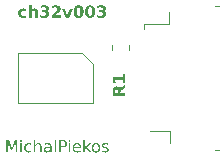
<source format=gbr>
%TF.GenerationSoftware,KiCad,Pcbnew,7.0.9-7.0.9~ubuntu22.04.1*%
%TF.CreationDate,2023-11-27T09:49:11+01:00*%
%TF.ProjectId,pcb,7063622e-6b69-4636-9164-5f7063625858,rev?*%
%TF.SameCoordinates,Original*%
%TF.FileFunction,Legend,Top*%
%TF.FilePolarity,Positive*%
%FSLAX46Y46*%
G04 Gerber Fmt 4.6, Leading zero omitted, Abs format (unit mm)*
G04 Created by KiCad (PCBNEW 7.0.9-7.0.9~ubuntu22.04.1) date 2023-11-27 09:49:11*
%MOMM*%
%LPD*%
G01*
G04 APERTURE LIST*
%ADD10C,0.200000*%
%ADD11C,0.125000*%
%ADD12C,0.100000*%
%ADD13C,0.120000*%
G04 APERTURE END LIST*
D10*
G36*
X125839811Y-93579685D02*
G01*
X125839811Y-93782896D01*
X125830419Y-93777044D01*
X125821018Y-93771490D01*
X125811608Y-93766231D01*
X125802190Y-93761269D01*
X125792763Y-93756602D01*
X125783328Y-93752233D01*
X125773884Y-93748159D01*
X125764432Y-93744381D01*
X125754971Y-93740900D01*
X125745501Y-93737715D01*
X125739183Y-93735757D01*
X125729671Y-93733007D01*
X125720095Y-93730527D01*
X125710454Y-93728318D01*
X125700749Y-93726380D01*
X125690980Y-93724712D01*
X125681146Y-93723315D01*
X125671248Y-93722188D01*
X125661285Y-93721331D01*
X125651258Y-93720745D01*
X125641166Y-93720429D01*
X125634403Y-93720369D01*
X125621727Y-93720603D01*
X125609406Y-93721304D01*
X125597440Y-93722473D01*
X125585829Y-93724109D01*
X125574573Y-93726213D01*
X125563672Y-93728784D01*
X125553125Y-93731823D01*
X125542934Y-93735329D01*
X125533097Y-93739303D01*
X125523616Y-93743744D01*
X125514489Y-93748653D01*
X125505717Y-93754029D01*
X125497301Y-93759873D01*
X125489239Y-93766184D01*
X125481532Y-93772963D01*
X125474180Y-93780209D01*
X125467229Y-93787844D01*
X125460727Y-93795852D01*
X125454674Y-93804231D01*
X125449068Y-93812983D01*
X125443912Y-93822107D01*
X125439203Y-93831603D01*
X125434943Y-93841471D01*
X125431132Y-93851711D01*
X125427769Y-93862323D01*
X125424854Y-93873307D01*
X125422388Y-93884664D01*
X125420370Y-93896392D01*
X125418800Y-93908493D01*
X125417679Y-93920965D01*
X125417007Y-93933810D01*
X125416782Y-93947027D01*
X125417007Y-93960244D01*
X125417679Y-93973092D01*
X125418800Y-93985569D01*
X125420370Y-93997677D01*
X125422388Y-94009414D01*
X125424854Y-94020780D01*
X125427769Y-94031777D01*
X125431132Y-94042404D01*
X125434943Y-94052660D01*
X125439203Y-94062546D01*
X125443912Y-94072062D01*
X125449068Y-94081208D01*
X125454674Y-94089983D01*
X125460727Y-94098389D01*
X125467229Y-94106424D01*
X125474180Y-94114089D01*
X125481532Y-94121305D01*
X125489239Y-94128056D01*
X125497301Y-94134342D01*
X125505717Y-94140162D01*
X125514489Y-94145516D01*
X125523616Y-94150405D01*
X125533097Y-94154828D01*
X125542934Y-94158785D01*
X125553125Y-94162277D01*
X125563672Y-94165303D01*
X125574573Y-94167864D01*
X125585829Y-94169959D01*
X125597440Y-94171589D01*
X125609406Y-94172753D01*
X125621727Y-94173451D01*
X125634403Y-94173684D01*
X125645159Y-94173547D01*
X125655812Y-94173135D01*
X125666362Y-94172448D01*
X125676810Y-94171486D01*
X125687154Y-94170249D01*
X125697395Y-94168738D01*
X125707533Y-94166952D01*
X125717568Y-94164891D01*
X125727499Y-94162556D01*
X125737328Y-94159945D01*
X125743824Y-94158053D01*
X125753507Y-94154943D01*
X125763049Y-94151567D01*
X125772449Y-94147925D01*
X125781708Y-94144016D01*
X125790825Y-94139842D01*
X125799800Y-94135401D01*
X125808634Y-94130694D01*
X125817325Y-94125721D01*
X125825876Y-94120482D01*
X125834284Y-94114976D01*
X125839811Y-94111158D01*
X125839811Y-94314368D01*
X125828986Y-94317230D01*
X125818127Y-94319955D01*
X125807233Y-94322542D01*
X125796305Y-94324993D01*
X125785343Y-94327305D01*
X125774346Y-94329480D01*
X125763315Y-94331518D01*
X125752250Y-94333419D01*
X125741150Y-94335182D01*
X125730016Y-94336808D01*
X125722575Y-94337815D01*
X125711444Y-94339212D01*
X125700309Y-94340471D01*
X125689170Y-94341593D01*
X125678027Y-94342578D01*
X125666879Y-94343425D01*
X125655727Y-94344135D01*
X125644571Y-94344707D01*
X125633411Y-94345143D01*
X125622246Y-94345440D01*
X125611077Y-94345601D01*
X125603628Y-94345631D01*
X125590711Y-94345528D01*
X125577970Y-94345220D01*
X125565407Y-94344706D01*
X125553020Y-94343986D01*
X125540811Y-94343061D01*
X125528778Y-94341930D01*
X125516923Y-94340594D01*
X125505244Y-94339052D01*
X125493743Y-94337304D01*
X125482418Y-94335351D01*
X125471270Y-94333192D01*
X125460300Y-94330828D01*
X125449506Y-94328258D01*
X125438889Y-94325482D01*
X125428450Y-94322501D01*
X125418187Y-94319314D01*
X125408101Y-94315921D01*
X125398192Y-94312323D01*
X125388461Y-94308520D01*
X125378906Y-94304510D01*
X125369528Y-94300296D01*
X125360327Y-94295875D01*
X125351303Y-94291249D01*
X125342456Y-94286417D01*
X125333786Y-94281380D01*
X125325293Y-94276137D01*
X125316978Y-94270689D01*
X125308839Y-94265035D01*
X125300877Y-94259175D01*
X125293092Y-94253110D01*
X125285484Y-94246839D01*
X125278053Y-94240362D01*
X125270825Y-94233687D01*
X125263826Y-94226852D01*
X125250518Y-94212698D01*
X125238127Y-94197901D01*
X125226655Y-94182462D01*
X125216100Y-94166379D01*
X125206463Y-94149653D01*
X125197743Y-94132284D01*
X125193728Y-94123358D01*
X125189942Y-94114272D01*
X125186385Y-94105025D01*
X125183058Y-94095617D01*
X125179961Y-94086048D01*
X125177092Y-94076319D01*
X125174454Y-94066429D01*
X125172044Y-94056378D01*
X125169865Y-94046166D01*
X125167914Y-94035794D01*
X125166193Y-94025261D01*
X125164702Y-94014567D01*
X125163440Y-94003712D01*
X125162407Y-93992696D01*
X125161604Y-93981520D01*
X125161031Y-93970183D01*
X125160686Y-93958685D01*
X125160572Y-93947027D01*
X125160686Y-93935368D01*
X125161031Y-93923871D01*
X125161604Y-93912536D01*
X125162407Y-93901361D01*
X125163440Y-93890348D01*
X125164702Y-93879495D01*
X125166193Y-93868805D01*
X125167914Y-93858275D01*
X125169865Y-93847907D01*
X125172044Y-93837699D01*
X125174454Y-93827654D01*
X125177092Y-93817769D01*
X125179961Y-93808045D01*
X125183058Y-93798483D01*
X125186385Y-93789082D01*
X125189942Y-93779842D01*
X125193728Y-93770764D01*
X125197743Y-93761847D01*
X125206463Y-93744496D01*
X125216100Y-93727790D01*
X125226655Y-93711729D01*
X125238127Y-93696313D01*
X125250518Y-93681542D01*
X125263826Y-93667416D01*
X125270825Y-93660595D01*
X125278053Y-93653935D01*
X125285484Y-93647444D01*
X125293092Y-93641158D01*
X125300877Y-93635079D01*
X125308839Y-93629206D01*
X125316978Y-93623539D01*
X125325293Y-93618077D01*
X125333786Y-93612822D01*
X125342456Y-93607773D01*
X125351303Y-93602931D01*
X125360327Y-93598294D01*
X125369528Y-93593863D01*
X125378906Y-93589638D01*
X125388461Y-93585620D01*
X125398192Y-93581807D01*
X125408101Y-93578201D01*
X125418187Y-93574801D01*
X125428450Y-93571606D01*
X125438889Y-93568618D01*
X125449506Y-93565836D01*
X125460300Y-93563260D01*
X125471270Y-93560890D01*
X125482418Y-93558726D01*
X125493743Y-93556769D01*
X125505244Y-93555017D01*
X125516923Y-93553471D01*
X125528778Y-93552132D01*
X125540811Y-93550998D01*
X125553020Y-93550071D01*
X125565407Y-93549350D01*
X125577970Y-93548835D01*
X125590711Y-93548525D01*
X125603628Y-93548422D01*
X125614925Y-93548491D01*
X125626191Y-93548697D01*
X125637428Y-93549041D01*
X125648634Y-93549521D01*
X125659810Y-93550140D01*
X125670956Y-93550895D01*
X125682072Y-93551788D01*
X125693159Y-93552819D01*
X125704215Y-93553987D01*
X125715241Y-93555292D01*
X125722575Y-93556238D01*
X125733607Y-93557772D01*
X125744631Y-93559444D01*
X125755646Y-93561253D01*
X125766653Y-93563199D01*
X125777651Y-93565283D01*
X125788640Y-93567504D01*
X125799621Y-93569862D01*
X125810594Y-93572358D01*
X125821557Y-93574991D01*
X125832512Y-93577762D01*
X125839811Y-93579685D01*
G37*
G36*
X126821179Y-93868136D02*
G01*
X126821179Y-94330000D01*
X126573761Y-94330000D01*
X126573761Y-94254773D01*
X126573761Y-93977801D01*
X126573743Y-93965589D01*
X126573688Y-93953866D01*
X126573598Y-93942630D01*
X126573471Y-93931884D01*
X126573308Y-93921625D01*
X126573108Y-93911856D01*
X126572741Y-93898117D01*
X126572293Y-93885478D01*
X126571762Y-93873937D01*
X126571150Y-93863496D01*
X126570208Y-93851284D01*
X126569120Y-93841025D01*
X126567585Y-93829830D01*
X126565728Y-93819602D01*
X126563075Y-93808602D01*
X126559958Y-93798994D01*
X126555736Y-93789542D01*
X126553733Y-93786071D01*
X126547968Y-93777556D01*
X126541483Y-93769779D01*
X126534276Y-93762741D01*
X126526347Y-93756441D01*
X126517698Y-93750880D01*
X126514654Y-93749190D01*
X126505163Y-93744708D01*
X126495191Y-93741153D01*
X126484738Y-93738525D01*
X126473804Y-93736825D01*
X126462390Y-93736052D01*
X126458478Y-93736001D01*
X126444342Y-93736516D01*
X126430786Y-93738062D01*
X126417810Y-93740638D01*
X126405413Y-93744244D01*
X126393595Y-93748881D01*
X126382357Y-93754548D01*
X126371699Y-93761246D01*
X126361621Y-93768974D01*
X126352122Y-93777732D01*
X126343202Y-93787521D01*
X126337578Y-93794619D01*
X126329721Y-93806005D01*
X126322637Y-93818181D01*
X126316326Y-93831147D01*
X126312548Y-93840230D01*
X126309113Y-93849664D01*
X126306022Y-93859448D01*
X126303274Y-93869585D01*
X126300870Y-93880072D01*
X126298809Y-93890910D01*
X126297092Y-93902099D01*
X126295718Y-93913640D01*
X126294688Y-93925531D01*
X126294001Y-93937774D01*
X126293657Y-93950368D01*
X126293614Y-93956796D01*
X126293614Y-94330000D01*
X126047662Y-94330000D01*
X126047662Y-93267055D01*
X126293614Y-93267055D01*
X126293614Y-93673475D01*
X126300602Y-93665578D01*
X126307643Y-93657946D01*
X126314737Y-93650580D01*
X126321885Y-93643479D01*
X126329087Y-93636643D01*
X126336342Y-93630072D01*
X126347324Y-93620713D01*
X126358426Y-93611951D01*
X126369649Y-93603786D01*
X126380992Y-93596218D01*
X126392455Y-93589246D01*
X126404039Y-93582871D01*
X126411828Y-93578953D01*
X126423665Y-93573497D01*
X126435730Y-93568577D01*
X126448023Y-93564194D01*
X126460543Y-93560348D01*
X126473290Y-93557039D01*
X126486266Y-93554266D01*
X126499468Y-93552030D01*
X126512899Y-93550331D01*
X126526556Y-93549168D01*
X126540442Y-93548542D01*
X126549825Y-93548422D01*
X126566243Y-93548742D01*
X126582157Y-93549701D01*
X126597567Y-93551299D01*
X126612473Y-93553536D01*
X126626876Y-93556413D01*
X126640775Y-93559929D01*
X126654170Y-93564084D01*
X126667062Y-93568878D01*
X126679449Y-93574311D01*
X126691333Y-93580384D01*
X126702713Y-93587096D01*
X126713590Y-93594447D01*
X126723963Y-93602437D01*
X126733831Y-93611067D01*
X126743197Y-93620336D01*
X126752058Y-93630244D01*
X126760428Y-93640761D01*
X126768258Y-93651859D01*
X126775548Y-93663537D01*
X126782298Y-93675795D01*
X126788509Y-93688633D01*
X126794179Y-93702051D01*
X126799309Y-93716049D01*
X126803899Y-93730628D01*
X126807949Y-93745786D01*
X126811459Y-93761524D01*
X126814429Y-93777843D01*
X126816859Y-93794741D01*
X126818749Y-93812220D01*
X126820099Y-93830279D01*
X126820909Y-93848917D01*
X126821179Y-93868136D01*
G37*
G36*
X127581263Y-93765799D02*
G01*
X127594042Y-93769344D01*
X127606431Y-93773202D01*
X127618429Y-93777373D01*
X127630035Y-93781857D01*
X127641250Y-93786655D01*
X127652074Y-93791765D01*
X127662507Y-93797188D01*
X127672548Y-93802923D01*
X127682199Y-93808972D01*
X127691458Y-93815334D01*
X127700326Y-93822009D01*
X127708803Y-93828996D01*
X127716889Y-93836297D01*
X127724584Y-93843910D01*
X127731887Y-93851837D01*
X127738799Y-93860076D01*
X127745336Y-93868586D01*
X127751450Y-93877383D01*
X127757143Y-93886469D01*
X127762414Y-93895843D01*
X127767264Y-93905504D01*
X127771692Y-93915455D01*
X127775698Y-93925693D01*
X127779282Y-93936219D01*
X127782445Y-93947033D01*
X127785186Y-93958136D01*
X127787506Y-93969527D01*
X127789403Y-93981205D01*
X127790879Y-93993172D01*
X127791933Y-94005427D01*
X127792566Y-94017971D01*
X127792777Y-94030802D01*
X127792321Y-94049779D01*
X127790953Y-94068179D01*
X127788672Y-94086003D01*
X127785480Y-94103251D01*
X127781376Y-94119922D01*
X127776359Y-94136017D01*
X127770431Y-94151536D01*
X127763590Y-94166479D01*
X127755837Y-94180845D01*
X127747172Y-94194636D01*
X127737595Y-94207849D01*
X127727106Y-94220487D01*
X127715705Y-94232549D01*
X127703392Y-94244034D01*
X127690166Y-94254943D01*
X127676029Y-94265275D01*
X127661016Y-94275006D01*
X127645166Y-94284109D01*
X127628479Y-94292584D01*
X127610953Y-94300431D01*
X127601877Y-94304119D01*
X127592590Y-94307650D01*
X127583095Y-94311025D01*
X127573390Y-94314242D01*
X127563475Y-94317302D01*
X127553351Y-94320206D01*
X127543018Y-94322952D01*
X127532475Y-94325542D01*
X127521723Y-94327975D01*
X127510761Y-94330250D01*
X127499590Y-94332369D01*
X127488210Y-94334331D01*
X127476620Y-94336136D01*
X127464821Y-94337784D01*
X127452812Y-94339275D01*
X127440594Y-94340609D01*
X127428166Y-94341786D01*
X127415530Y-94342806D01*
X127402683Y-94343669D01*
X127389627Y-94344375D01*
X127376362Y-94344925D01*
X127362888Y-94345317D01*
X127349203Y-94345553D01*
X127335310Y-94345631D01*
X127325417Y-94345585D01*
X127315523Y-94345448D01*
X127305626Y-94345219D01*
X127295727Y-94344898D01*
X127285827Y-94344486D01*
X127275925Y-94343982D01*
X127266020Y-94343387D01*
X127256114Y-94342700D01*
X127246206Y-94341922D01*
X127236296Y-94341051D01*
X127226384Y-94340090D01*
X127216471Y-94339036D01*
X127206555Y-94337892D01*
X127196637Y-94336655D01*
X127186718Y-94335327D01*
X127176796Y-94333907D01*
X127166910Y-94332396D01*
X127157036Y-94330793D01*
X127147172Y-94329099D01*
X127137321Y-94327313D01*
X127127480Y-94325435D01*
X127117651Y-94323466D01*
X127107834Y-94321405D01*
X127098028Y-94319253D01*
X127088234Y-94317009D01*
X127078451Y-94314673D01*
X127068679Y-94312246D01*
X127058919Y-94309727D01*
X127049170Y-94307117D01*
X127039433Y-94304415D01*
X127029707Y-94301622D01*
X127019993Y-94298736D01*
X127019993Y-94095526D01*
X127029269Y-94100306D01*
X127038536Y-94104937D01*
X127047793Y-94109420D01*
X127057041Y-94113753D01*
X127066279Y-94117938D01*
X127075508Y-94121973D01*
X127084727Y-94125860D01*
X127093937Y-94129598D01*
X127103137Y-94133187D01*
X127112328Y-94136628D01*
X127126096Y-94141509D01*
X127139842Y-94146056D01*
X127153567Y-94150268D01*
X127167271Y-94154145D01*
X127180988Y-94157637D01*
X127194662Y-94160785D01*
X127208294Y-94163590D01*
X127221882Y-94166051D01*
X127235428Y-94168170D01*
X127248930Y-94169944D01*
X127262390Y-94171375D01*
X127275806Y-94172463D01*
X127289180Y-94173207D01*
X127302511Y-94173608D01*
X127311374Y-94173684D01*
X127324311Y-94173535D01*
X127336863Y-94173089D01*
X127349032Y-94172345D01*
X127360818Y-94171303D01*
X127372220Y-94169963D01*
X127383239Y-94168326D01*
X127393874Y-94166391D01*
X127404125Y-94164159D01*
X127413993Y-94161628D01*
X127423478Y-94158801D01*
X127436985Y-94154001D01*
X127449630Y-94148531D01*
X127461412Y-94142391D01*
X127472330Y-94135582D01*
X127482370Y-94128102D01*
X127491421Y-94120043D01*
X127499486Y-94111404D01*
X127506562Y-94102186D01*
X127512652Y-94092388D01*
X127517754Y-94082010D01*
X127521868Y-94071053D01*
X127524995Y-94059516D01*
X127527135Y-94047399D01*
X127528287Y-94034703D01*
X127528506Y-94025917D01*
X127528002Y-94012446D01*
X127526488Y-93999602D01*
X127523966Y-93987385D01*
X127520435Y-93975794D01*
X127515894Y-93964830D01*
X127510345Y-93954493D01*
X127503787Y-93944783D01*
X127496220Y-93935700D01*
X127487644Y-93927244D01*
X127478059Y-93919414D01*
X127471109Y-93914542D01*
X127459866Y-93907777D01*
X127447662Y-93901677D01*
X127434496Y-93896242D01*
X127425184Y-93892989D01*
X127415445Y-93890031D01*
X127405278Y-93887369D01*
X127394684Y-93885003D01*
X127383662Y-93882933D01*
X127372214Y-93881158D01*
X127360337Y-93879679D01*
X127348034Y-93878496D01*
X127335302Y-93877609D01*
X127322144Y-93877018D01*
X127308558Y-93876722D01*
X127301605Y-93876685D01*
X127195847Y-93876685D01*
X127195847Y-93704738D01*
X127307222Y-93704738D01*
X127319479Y-93704616D01*
X127331337Y-93704249D01*
X127342797Y-93703639D01*
X127353857Y-93702784D01*
X127364519Y-93701685D01*
X127374782Y-93700341D01*
X127384646Y-93698754D01*
X127398695Y-93695915D01*
X127411846Y-93692526D01*
X127424100Y-93688587D01*
X127435456Y-93684099D01*
X127445916Y-93679062D01*
X127455478Y-93673475D01*
X127464207Y-93667325D01*
X127472078Y-93660600D01*
X127479091Y-93653300D01*
X127485245Y-93645425D01*
X127490540Y-93636974D01*
X127494976Y-93627948D01*
X127498554Y-93618347D01*
X127501273Y-93608170D01*
X127503133Y-93597418D01*
X127504135Y-93586091D01*
X127504326Y-93578220D01*
X127503910Y-93567374D01*
X127502660Y-93557000D01*
X127500578Y-93547098D01*
X127497663Y-93537668D01*
X127492480Y-93525830D01*
X127485817Y-93514831D01*
X127477673Y-93504672D01*
X127470593Y-93497604D01*
X127462681Y-93491008D01*
X127456943Y-93486873D01*
X127447713Y-93481112D01*
X127437792Y-93475917D01*
X127427179Y-93471288D01*
X127415876Y-93467227D01*
X127403881Y-93463732D01*
X127391195Y-93460804D01*
X127377818Y-93458443D01*
X127363749Y-93456648D01*
X127353986Y-93455767D01*
X127343916Y-93455137D01*
X127333538Y-93454759D01*
X127322854Y-93454633D01*
X127310886Y-93454773D01*
X127298888Y-93455191D01*
X127286861Y-93455889D01*
X127274803Y-93456866D01*
X127262715Y-93458121D01*
X127250597Y-93459656D01*
X127238449Y-93461470D01*
X127226271Y-93463563D01*
X127214063Y-93465935D01*
X127201825Y-93468586D01*
X127193649Y-93470509D01*
X127181428Y-93473617D01*
X127169220Y-93476986D01*
X127157025Y-93480618D01*
X127144843Y-93484511D01*
X127132673Y-93488666D01*
X127120517Y-93493083D01*
X127108373Y-93497762D01*
X127096242Y-93502703D01*
X127084124Y-93507906D01*
X127072019Y-93513371D01*
X127063956Y-93517159D01*
X127063956Y-93329581D01*
X127073751Y-93326696D01*
X127083534Y-93323902D01*
X127093305Y-93321200D01*
X127103066Y-93318590D01*
X127112814Y-93316071D01*
X127122552Y-93313644D01*
X127132277Y-93311308D01*
X127141992Y-93309064D01*
X127151695Y-93306912D01*
X127161386Y-93304851D01*
X127171066Y-93302882D01*
X127180735Y-93301004D01*
X127190392Y-93299218D01*
X127200038Y-93297524D01*
X127214485Y-93295154D01*
X127219295Y-93294410D01*
X127233697Y-93292315D01*
X127248051Y-93290426D01*
X127262359Y-93288743D01*
X127276619Y-93287266D01*
X127290832Y-93285995D01*
X127304998Y-93284930D01*
X127319117Y-93284071D01*
X127333188Y-93283419D01*
X127347212Y-93282972D01*
X127361189Y-93282732D01*
X127370481Y-93282686D01*
X127382870Y-93282749D01*
X127395062Y-93282938D01*
X127407057Y-93283253D01*
X127418856Y-93283694D01*
X127430459Y-93284260D01*
X127441865Y-93284953D01*
X127453074Y-93285772D01*
X127464087Y-93286716D01*
X127474903Y-93287787D01*
X127485523Y-93288983D01*
X127495946Y-93290305D01*
X127506173Y-93291754D01*
X127516203Y-93293328D01*
X127526037Y-93295028D01*
X127535674Y-93296854D01*
X127554359Y-93300884D01*
X127572257Y-93305418D01*
X127589369Y-93310455D01*
X127605695Y-93315997D01*
X127621235Y-93322042D01*
X127635989Y-93328590D01*
X127649957Y-93335643D01*
X127663138Y-93343199D01*
X127669434Y-93347166D01*
X127681472Y-93355482D01*
X127692733Y-93364309D01*
X127703217Y-93373648D01*
X127712925Y-93383497D01*
X127721856Y-93393859D01*
X127730010Y-93404731D01*
X127737388Y-93416115D01*
X127743989Y-93428011D01*
X127749814Y-93440417D01*
X127754862Y-93453336D01*
X127759133Y-93466765D01*
X127762628Y-93480706D01*
X127765346Y-93495158D01*
X127767288Y-93510122D01*
X127768453Y-93525597D01*
X127768841Y-93541584D01*
X127768656Y-93552511D01*
X127768101Y-93563188D01*
X127767175Y-93573615D01*
X127765880Y-93583792D01*
X127764214Y-93593719D01*
X127762178Y-93603396D01*
X127758430Y-93617443D01*
X127753849Y-93630928D01*
X127748435Y-93643850D01*
X127742188Y-93656210D01*
X127735108Y-93668007D01*
X127727196Y-93679242D01*
X127721458Y-93686420D01*
X127712174Y-93696704D01*
X127702092Y-93706401D01*
X127691211Y-93715509D01*
X127679532Y-93724029D01*
X127671302Y-93729382D01*
X127662718Y-93734474D01*
X127653778Y-93739305D01*
X127644483Y-93743874D01*
X127634834Y-93748182D01*
X127624829Y-93752228D01*
X127614470Y-93756013D01*
X127603756Y-93759536D01*
X127592687Y-93762798D01*
X127581263Y-93765799D01*
G37*
G36*
X128305198Y-94126789D02*
G01*
X128756559Y-94126789D01*
X128756559Y-94330000D01*
X128011374Y-94330000D01*
X128011374Y-94126789D01*
X128385554Y-93797062D01*
X128394756Y-93788471D01*
X128403495Y-93779920D01*
X128411769Y-93771407D01*
X128419580Y-93762932D01*
X128426928Y-93754497D01*
X128433811Y-93746100D01*
X128440231Y-93737741D01*
X128446188Y-93729422D01*
X128451680Y-93721140D01*
X128458282Y-93710159D01*
X128459804Y-93707424D01*
X128465471Y-93696441D01*
X128470383Y-93685351D01*
X128474539Y-93674154D01*
X128477939Y-93662850D01*
X128480584Y-93651439D01*
X128482473Y-93639922D01*
X128483606Y-93628297D01*
X128483984Y-93616566D01*
X128483557Y-93603124D01*
X128482275Y-93590185D01*
X128480139Y-93577748D01*
X128477149Y-93565813D01*
X128473304Y-93554381D01*
X128468605Y-93543451D01*
X128463052Y-93533023D01*
X128456644Y-93523097D01*
X128449382Y-93513674D01*
X128441266Y-93504753D01*
X128435380Y-93499085D01*
X128426031Y-93491141D01*
X128416120Y-93483979D01*
X128405646Y-93477597D01*
X128394610Y-93471997D01*
X128383012Y-93467179D01*
X128370851Y-93463142D01*
X128358128Y-93459886D01*
X128344842Y-93457411D01*
X128330994Y-93455718D01*
X128316583Y-93454807D01*
X128306664Y-93454633D01*
X128294975Y-93454876D01*
X128283079Y-93455603D01*
X128270978Y-93456816D01*
X128258670Y-93458514D01*
X128246156Y-93460697D01*
X128233437Y-93463366D01*
X128220511Y-93466519D01*
X128207379Y-93470158D01*
X128194041Y-93474282D01*
X128180497Y-93478890D01*
X128171353Y-93482233D01*
X128162124Y-93485758D01*
X128152814Y-93489495D01*
X128143424Y-93493444D01*
X128133954Y-93497605D01*
X128124403Y-93501977D01*
X128114773Y-93506561D01*
X128105062Y-93511358D01*
X128095272Y-93516366D01*
X128085401Y-93521585D01*
X128075450Y-93527017D01*
X128065419Y-93532660D01*
X128055307Y-93538515D01*
X128045116Y-93544582D01*
X128034844Y-93550861D01*
X128024493Y-93557352D01*
X128014061Y-93564054D01*
X128014061Y-93345212D01*
X128025226Y-93341453D01*
X128036375Y-93337809D01*
X128047506Y-93334279D01*
X128058620Y-93330863D01*
X128069717Y-93327562D01*
X128080796Y-93324375D01*
X128091859Y-93321303D01*
X128102904Y-93318346D01*
X128113932Y-93315502D01*
X128124943Y-93312774D01*
X128135937Y-93310160D01*
X128146914Y-93307660D01*
X128157873Y-93305275D01*
X128168815Y-93303004D01*
X128179741Y-93300848D01*
X128190648Y-93298806D01*
X128201534Y-93296854D01*
X128212394Y-93295028D01*
X128223226Y-93293328D01*
X128234032Y-93291754D01*
X128244811Y-93290305D01*
X128255564Y-93288983D01*
X128266289Y-93287787D01*
X128276988Y-93286716D01*
X128287661Y-93285772D01*
X128298306Y-93284953D01*
X128308925Y-93284260D01*
X128319517Y-93283694D01*
X128330083Y-93283253D01*
X128340621Y-93282938D01*
X128351133Y-93282749D01*
X128361618Y-93282686D01*
X128373048Y-93282765D01*
X128384317Y-93283000D01*
X128395425Y-93283392D01*
X128406372Y-93283942D01*
X128417159Y-93284648D01*
X128427784Y-93285511D01*
X128438249Y-93286531D01*
X128448554Y-93287708D01*
X128458697Y-93289042D01*
X128468680Y-93290533D01*
X128478502Y-93292181D01*
X128488163Y-93293986D01*
X128507003Y-93298067D01*
X128525200Y-93302775D01*
X128542754Y-93308111D01*
X128559665Y-93314075D01*
X128575933Y-93320667D01*
X128591558Y-93327886D01*
X128606540Y-93335734D01*
X128620878Y-93344209D01*
X128634574Y-93353311D01*
X128647627Y-93363042D01*
X128659990Y-93373335D01*
X128671555Y-93384123D01*
X128682323Y-93395408D01*
X128692293Y-93407189D01*
X128701465Y-93419466D01*
X128709840Y-93432239D01*
X128717417Y-93445508D01*
X128724197Y-93459274D01*
X128730179Y-93473535D01*
X128735363Y-93488293D01*
X128739750Y-93503547D01*
X128743340Y-93519296D01*
X128746131Y-93535542D01*
X128748125Y-93552284D01*
X128749322Y-93569523D01*
X128749720Y-93587257D01*
X128749551Y-93597594D01*
X128749045Y-93607846D01*
X128748201Y-93618012D01*
X128747018Y-93628091D01*
X128745499Y-93638085D01*
X128743641Y-93647993D01*
X128741446Y-93657816D01*
X128738913Y-93667552D01*
X128736042Y-93677202D01*
X128732833Y-93686767D01*
X128729287Y-93696246D01*
X128725403Y-93705638D01*
X128721181Y-93714945D01*
X128716622Y-93724167D01*
X128711724Y-93733302D01*
X128706489Y-93742351D01*
X128700712Y-93751518D01*
X128694189Y-93761066D01*
X128686920Y-93770996D01*
X128678905Y-93781308D01*
X128670144Y-93792001D01*
X128660637Y-93803076D01*
X128650383Y-93814533D01*
X128639384Y-93826371D01*
X128627638Y-93838591D01*
X128615146Y-93851192D01*
X128601909Y-93864175D01*
X128587925Y-93877540D01*
X128580653Y-93884365D01*
X128573195Y-93891286D01*
X128565550Y-93898302D01*
X128557719Y-93905414D01*
X128549701Y-93912621D01*
X128541497Y-93919923D01*
X128533106Y-93927321D01*
X128524528Y-93934815D01*
X128305198Y-94126789D01*
G37*
G36*
X128895289Y-93564054D02*
G01*
X129141242Y-93564054D01*
X129332972Y-94093328D01*
X129523970Y-93564054D01*
X129770411Y-93564054D01*
X129467550Y-94330000D01*
X129197662Y-94330000D01*
X128895289Y-93564054D01*
G37*
G36*
X130288773Y-93282821D02*
G01*
X130301127Y-93283226D01*
X130313302Y-93283901D01*
X130325297Y-93284846D01*
X130337112Y-93286061D01*
X130348747Y-93287546D01*
X130360202Y-93289301D01*
X130371478Y-93291326D01*
X130382573Y-93293621D01*
X130393489Y-93296186D01*
X130404225Y-93299021D01*
X130414781Y-93302126D01*
X130425157Y-93305501D01*
X130435354Y-93309146D01*
X130445370Y-93313061D01*
X130455207Y-93317247D01*
X130464864Y-93321702D01*
X130474341Y-93326427D01*
X130483638Y-93331422D01*
X130492756Y-93336687D01*
X130501693Y-93342222D01*
X130510451Y-93348027D01*
X130519029Y-93354102D01*
X130527427Y-93360447D01*
X130535645Y-93367062D01*
X130543683Y-93373947D01*
X130551542Y-93381102D01*
X130559220Y-93388527D01*
X130566719Y-93396222D01*
X130574038Y-93404187D01*
X130581177Y-93412423D01*
X130588136Y-93420928D01*
X130594898Y-93429682D01*
X130601446Y-93438665D01*
X130607778Y-93447876D01*
X130613896Y-93457316D01*
X130619800Y-93466984D01*
X130625488Y-93476881D01*
X130630962Y-93487007D01*
X130636222Y-93497360D01*
X130641266Y-93507943D01*
X130646096Y-93518754D01*
X130650712Y-93529793D01*
X130655112Y-93541061D01*
X130659298Y-93552557D01*
X130663270Y-93564282D01*
X130667026Y-93576235D01*
X130670568Y-93588417D01*
X130673896Y-93600828D01*
X130677008Y-93613466D01*
X130679906Y-93626334D01*
X130682590Y-93639430D01*
X130685058Y-93652754D01*
X130687312Y-93666307D01*
X130689352Y-93680088D01*
X130691176Y-93694098D01*
X130692786Y-93708336D01*
X130694182Y-93722803D01*
X130695362Y-93737499D01*
X130696328Y-93752422D01*
X130697080Y-93767575D01*
X130697616Y-93782956D01*
X130697938Y-93798565D01*
X130698046Y-93814403D01*
X130697938Y-93830211D01*
X130697616Y-93845791D01*
X130697080Y-93861144D01*
X130696328Y-93876269D01*
X130695362Y-93891166D01*
X130694182Y-93905836D01*
X130692786Y-93920279D01*
X130691176Y-93934494D01*
X130689352Y-93948481D01*
X130687312Y-93962241D01*
X130685058Y-93975774D01*
X130682590Y-93989078D01*
X130679906Y-94002156D01*
X130677008Y-94015005D01*
X130673896Y-94027628D01*
X130670568Y-94040022D01*
X130667026Y-94052189D01*
X130663270Y-94064129D01*
X130659298Y-94075841D01*
X130655112Y-94087325D01*
X130650712Y-94098582D01*
X130646096Y-94109611D01*
X130641266Y-94120413D01*
X130636222Y-94130987D01*
X130630962Y-94141334D01*
X130625488Y-94151453D01*
X130619800Y-94161345D01*
X130613896Y-94171009D01*
X130607778Y-94180445D01*
X130601446Y-94189654D01*
X130594898Y-94198636D01*
X130588136Y-94207390D01*
X130581177Y-94215895D01*
X130574038Y-94224130D01*
X130566719Y-94232095D01*
X130559220Y-94239790D01*
X130551542Y-94247215D01*
X130543683Y-94254370D01*
X130535645Y-94261255D01*
X130527427Y-94267870D01*
X130519029Y-94274215D01*
X130510451Y-94280290D01*
X130501693Y-94286095D01*
X130492756Y-94291630D01*
X130483638Y-94296896D01*
X130474341Y-94301891D01*
X130464864Y-94306616D01*
X130455207Y-94311071D01*
X130445370Y-94315256D01*
X130435354Y-94319171D01*
X130425157Y-94322816D01*
X130414781Y-94326191D01*
X130404225Y-94329296D01*
X130393489Y-94332131D01*
X130382573Y-94334696D01*
X130371478Y-94336991D01*
X130360202Y-94339016D01*
X130348747Y-94340771D01*
X130337112Y-94342256D01*
X130325297Y-94343471D01*
X130313302Y-94344416D01*
X130301127Y-94345091D01*
X130288773Y-94345496D01*
X130276238Y-94345631D01*
X130263674Y-94345496D01*
X130251290Y-94345091D01*
X130239087Y-94344416D01*
X130227065Y-94343471D01*
X130215224Y-94342256D01*
X130203564Y-94340771D01*
X130192084Y-94339016D01*
X130180785Y-94336991D01*
X130169667Y-94334696D01*
X130158730Y-94332131D01*
X130147973Y-94329296D01*
X130137398Y-94326191D01*
X130127003Y-94322816D01*
X130116789Y-94319171D01*
X130106755Y-94315256D01*
X130096903Y-94311071D01*
X130087231Y-94306616D01*
X130077740Y-94301891D01*
X130068430Y-94296896D01*
X130059301Y-94291630D01*
X130050352Y-94286095D01*
X130041585Y-94280290D01*
X130032998Y-94274215D01*
X130024592Y-94267870D01*
X130016366Y-94261255D01*
X130008322Y-94254370D01*
X130000458Y-94247215D01*
X129992775Y-94239790D01*
X129985273Y-94232095D01*
X129977952Y-94224130D01*
X129970811Y-94215895D01*
X129963852Y-94207390D01*
X129957090Y-94198636D01*
X129950542Y-94189654D01*
X129944210Y-94180445D01*
X129938092Y-94171009D01*
X129932188Y-94161345D01*
X129926500Y-94151453D01*
X129921026Y-94141334D01*
X129915766Y-94130987D01*
X129910722Y-94120413D01*
X129905892Y-94109611D01*
X129901276Y-94098582D01*
X129896876Y-94087325D01*
X129892690Y-94075841D01*
X129888718Y-94064129D01*
X129884962Y-94052189D01*
X129881420Y-94040022D01*
X129878092Y-94027628D01*
X129874980Y-94015005D01*
X129872082Y-94002156D01*
X129869398Y-93989078D01*
X129866930Y-93975774D01*
X129864676Y-93962241D01*
X129862636Y-93948481D01*
X129860812Y-93934494D01*
X129859202Y-93920279D01*
X129857806Y-93905836D01*
X129856626Y-93891166D01*
X129855660Y-93876269D01*
X129854908Y-93861144D01*
X129854372Y-93845791D01*
X129854050Y-93830211D01*
X129853942Y-93814403D01*
X129853959Y-93811960D01*
X130118213Y-93811960D01*
X130118249Y-93824272D01*
X130118355Y-93836354D01*
X130118533Y-93848208D01*
X130118782Y-93859832D01*
X130119102Y-93871227D01*
X130119492Y-93882394D01*
X130119954Y-93893331D01*
X130120488Y-93904040D01*
X130121092Y-93914520D01*
X130121767Y-93924770D01*
X130122513Y-93934792D01*
X130123331Y-93944584D01*
X130125179Y-93963483D01*
X130127311Y-93981465D01*
X130129728Y-93998531D01*
X130132429Y-94014682D01*
X130135414Y-94029917D01*
X130138684Y-94044235D01*
X130142238Y-94057638D01*
X130146076Y-94070125D01*
X130150198Y-94081696D01*
X130154605Y-94092351D01*
X130159345Y-94102200D01*
X130164467Y-94111414D01*
X130169970Y-94119992D01*
X130175854Y-94127934D01*
X130185397Y-94138657D01*
X130195798Y-94147950D01*
X130207058Y-94155813D01*
X130219177Y-94162247D01*
X130232154Y-94167251D01*
X130245990Y-94170825D01*
X130255691Y-94172413D01*
X130265774Y-94173366D01*
X130276238Y-94173684D01*
X130286614Y-94173366D01*
X130296613Y-94172413D01*
X130310908Y-94169792D01*
X130324357Y-94165741D01*
X130336960Y-94160261D01*
X130348717Y-94153351D01*
X130359629Y-94145011D01*
X130369694Y-94135242D01*
X130378914Y-94124042D01*
X130384591Y-94115782D01*
X130389892Y-94106886D01*
X130394817Y-94097355D01*
X130397138Y-94092351D01*
X130401545Y-94081696D01*
X130405668Y-94070125D01*
X130409506Y-94057638D01*
X130413060Y-94044235D01*
X130416330Y-94029917D01*
X130419315Y-94014682D01*
X130422016Y-93998531D01*
X130424433Y-93981465D01*
X130426565Y-93963483D01*
X130428413Y-93944584D01*
X130429230Y-93934792D01*
X130429977Y-93924770D01*
X130430652Y-93914520D01*
X130431256Y-93904040D01*
X130431789Y-93893331D01*
X130432251Y-93882394D01*
X130432642Y-93871227D01*
X130432962Y-93859832D01*
X130433211Y-93848208D01*
X130433388Y-93836354D01*
X130433495Y-93824272D01*
X130433531Y-93811960D01*
X130433495Y-93799785D01*
X130433389Y-93787838D01*
X130433213Y-93776117D01*
X130432966Y-93764623D01*
X130432648Y-93753356D01*
X130432260Y-93742317D01*
X130431801Y-93731504D01*
X130431271Y-93720919D01*
X130430671Y-93710561D01*
X130430000Y-93700429D01*
X130429259Y-93690525D01*
X130427565Y-93671398D01*
X130425588Y-93653179D01*
X130423329Y-93635868D01*
X130420787Y-93619466D01*
X130417963Y-93603971D01*
X130414856Y-93589386D01*
X130411468Y-93575708D01*
X130407796Y-93562939D01*
X130403843Y-93551078D01*
X130399607Y-93540125D01*
X130397383Y-93534989D01*
X130392702Y-93525258D01*
X130387636Y-93516156D01*
X130382184Y-93507681D01*
X130376347Y-93499833D01*
X130366869Y-93489240D01*
X130356523Y-93480058D01*
X130345311Y-93472289D01*
X130333231Y-93465933D01*
X130320283Y-93460989D01*
X130306469Y-93457458D01*
X130296777Y-93455889D01*
X130286701Y-93454947D01*
X130276238Y-93454633D01*
X130265774Y-93454947D01*
X130255691Y-93455889D01*
X130245990Y-93457458D01*
X130232154Y-93460989D01*
X130219177Y-93465933D01*
X130207058Y-93472289D01*
X130195798Y-93480058D01*
X130185397Y-93489240D01*
X130175854Y-93499833D01*
X130169970Y-93507681D01*
X130164467Y-93516156D01*
X130159345Y-93525258D01*
X130154605Y-93534989D01*
X130150198Y-93545488D01*
X130146076Y-93556895D01*
X130142238Y-93569210D01*
X130138684Y-93582433D01*
X130135414Y-93596565D01*
X130132429Y-93611605D01*
X130129728Y-93627553D01*
X130127311Y-93644410D01*
X130125179Y-93662175D01*
X130123331Y-93680848D01*
X130121767Y-93700429D01*
X130121092Y-93710561D01*
X130120488Y-93720919D01*
X130119954Y-93731504D01*
X130119492Y-93742317D01*
X130119102Y-93753356D01*
X130118782Y-93764623D01*
X130118533Y-93776117D01*
X130118355Y-93787838D01*
X130118249Y-93799785D01*
X130118213Y-93811960D01*
X129853959Y-93811960D01*
X129854050Y-93798565D01*
X129854372Y-93782956D01*
X129854908Y-93767575D01*
X129855660Y-93752422D01*
X129856626Y-93737499D01*
X129857806Y-93722803D01*
X129859202Y-93708336D01*
X129860812Y-93694098D01*
X129862636Y-93680088D01*
X129864676Y-93666307D01*
X129866930Y-93652754D01*
X129869398Y-93639430D01*
X129872082Y-93626334D01*
X129874980Y-93613466D01*
X129878092Y-93600828D01*
X129881420Y-93588417D01*
X129884962Y-93576235D01*
X129888718Y-93564282D01*
X129892690Y-93552557D01*
X129896876Y-93541061D01*
X129901276Y-93529793D01*
X129905892Y-93518754D01*
X129910722Y-93507943D01*
X129915766Y-93497360D01*
X129921026Y-93487007D01*
X129926500Y-93476881D01*
X129932188Y-93466984D01*
X129938092Y-93457316D01*
X129944210Y-93447876D01*
X129950542Y-93438665D01*
X129957090Y-93429682D01*
X129963852Y-93420928D01*
X129970811Y-93412423D01*
X129977952Y-93404187D01*
X129985273Y-93396222D01*
X129992775Y-93388527D01*
X130000458Y-93381102D01*
X130008322Y-93373947D01*
X130016366Y-93367062D01*
X130024592Y-93360447D01*
X130032998Y-93354102D01*
X130041585Y-93348027D01*
X130050352Y-93342222D01*
X130059301Y-93336687D01*
X130068430Y-93331422D01*
X130077740Y-93326427D01*
X130087231Y-93321702D01*
X130096903Y-93317247D01*
X130106755Y-93313061D01*
X130116789Y-93309146D01*
X130127003Y-93305501D01*
X130137398Y-93302126D01*
X130147973Y-93299021D01*
X130158730Y-93296186D01*
X130169667Y-93293621D01*
X130180785Y-93291326D01*
X130192084Y-93289301D01*
X130203564Y-93287546D01*
X130215224Y-93286061D01*
X130227065Y-93284846D01*
X130239087Y-93283901D01*
X130251290Y-93283226D01*
X130263674Y-93282821D01*
X130276238Y-93282686D01*
X130288773Y-93282821D01*
G37*
G36*
X131262813Y-93282821D02*
G01*
X131275168Y-93283226D01*
X131287342Y-93283901D01*
X131299337Y-93284846D01*
X131311152Y-93286061D01*
X131322787Y-93287546D01*
X131334243Y-93289301D01*
X131345518Y-93291326D01*
X131356614Y-93293621D01*
X131367530Y-93296186D01*
X131378265Y-93299021D01*
X131388822Y-93302126D01*
X131399198Y-93305501D01*
X131409394Y-93309146D01*
X131419411Y-93313061D01*
X131429248Y-93317247D01*
X131438904Y-93321702D01*
X131448382Y-93326427D01*
X131457679Y-93331422D01*
X131466796Y-93336687D01*
X131475734Y-93342222D01*
X131484491Y-93348027D01*
X131493069Y-93354102D01*
X131501467Y-93360447D01*
X131509685Y-93367062D01*
X131517724Y-93373947D01*
X131525582Y-93381102D01*
X131533261Y-93388527D01*
X131540759Y-93396222D01*
X131548078Y-93404187D01*
X131555217Y-93412423D01*
X131562177Y-93420928D01*
X131568939Y-93429682D01*
X131575486Y-93438665D01*
X131581819Y-93447876D01*
X131587937Y-93457316D01*
X131593840Y-93466984D01*
X131599529Y-93476881D01*
X131605003Y-93487007D01*
X131610262Y-93497360D01*
X131615307Y-93507943D01*
X131620137Y-93518754D01*
X131624752Y-93529793D01*
X131629153Y-93541061D01*
X131633339Y-93552557D01*
X131637310Y-93564282D01*
X131641067Y-93576235D01*
X131644609Y-93588417D01*
X131647936Y-93600828D01*
X131651049Y-93613466D01*
X131653947Y-93626334D01*
X131656630Y-93639430D01*
X131659099Y-93652754D01*
X131661353Y-93666307D01*
X131663392Y-93680088D01*
X131665217Y-93694098D01*
X131666827Y-93708336D01*
X131668222Y-93722803D01*
X131669403Y-93737499D01*
X131670369Y-93752422D01*
X131671120Y-93767575D01*
X131671657Y-93782956D01*
X131671979Y-93798565D01*
X131672086Y-93814403D01*
X131671979Y-93830211D01*
X131671657Y-93845791D01*
X131671120Y-93861144D01*
X131670369Y-93876269D01*
X131669403Y-93891166D01*
X131668222Y-93905836D01*
X131666827Y-93920279D01*
X131665217Y-93934494D01*
X131663392Y-93948481D01*
X131661353Y-93962241D01*
X131659099Y-93975774D01*
X131656630Y-93989078D01*
X131653947Y-94002156D01*
X131651049Y-94015005D01*
X131647936Y-94027628D01*
X131644609Y-94040022D01*
X131641067Y-94052189D01*
X131637310Y-94064129D01*
X131633339Y-94075841D01*
X131629153Y-94087325D01*
X131624752Y-94098582D01*
X131620137Y-94109611D01*
X131615307Y-94120413D01*
X131610262Y-94130987D01*
X131605003Y-94141334D01*
X131599529Y-94151453D01*
X131593840Y-94161345D01*
X131587937Y-94171009D01*
X131581819Y-94180445D01*
X131575486Y-94189654D01*
X131568939Y-94198636D01*
X131562177Y-94207390D01*
X131555217Y-94215895D01*
X131548078Y-94224130D01*
X131540759Y-94232095D01*
X131533261Y-94239790D01*
X131525582Y-94247215D01*
X131517724Y-94254370D01*
X131509685Y-94261255D01*
X131501467Y-94267870D01*
X131493069Y-94274215D01*
X131484491Y-94280290D01*
X131475734Y-94286095D01*
X131466796Y-94291630D01*
X131457679Y-94296896D01*
X131448382Y-94301891D01*
X131438904Y-94306616D01*
X131429248Y-94311071D01*
X131419411Y-94315256D01*
X131409394Y-94319171D01*
X131399198Y-94322816D01*
X131388822Y-94326191D01*
X131378265Y-94329296D01*
X131367530Y-94332131D01*
X131356614Y-94334696D01*
X131345518Y-94336991D01*
X131334243Y-94339016D01*
X131322787Y-94340771D01*
X131311152Y-94342256D01*
X131299337Y-94343471D01*
X131287342Y-94344416D01*
X131275168Y-94345091D01*
X131262813Y-94345496D01*
X131250279Y-94345631D01*
X131237714Y-94345496D01*
X131225331Y-94345091D01*
X131213128Y-94344416D01*
X131201106Y-94343471D01*
X131189264Y-94342256D01*
X131177604Y-94340771D01*
X131166124Y-94339016D01*
X131154825Y-94336991D01*
X131143707Y-94334696D01*
X131132770Y-94332131D01*
X131122014Y-94329296D01*
X131111438Y-94326191D01*
X131101043Y-94322816D01*
X131090829Y-94319171D01*
X131080796Y-94315256D01*
X131070943Y-94311071D01*
X131061272Y-94306616D01*
X131051781Y-94301891D01*
X131042471Y-94296896D01*
X131033341Y-94291630D01*
X131024393Y-94286095D01*
X131015625Y-94280290D01*
X131007038Y-94274215D01*
X130998632Y-94267870D01*
X130990407Y-94261255D01*
X130982362Y-94254370D01*
X130974499Y-94247215D01*
X130966816Y-94239790D01*
X130959314Y-94232095D01*
X130951992Y-94224130D01*
X130944852Y-94215895D01*
X130937892Y-94207390D01*
X130931130Y-94198636D01*
X130924583Y-94189654D01*
X130918250Y-94180445D01*
X130912132Y-94171009D01*
X130906229Y-94161345D01*
X130900540Y-94151453D01*
X130895066Y-94141334D01*
X130889807Y-94130987D01*
X130884762Y-94120413D01*
X130879932Y-94109611D01*
X130875317Y-94098582D01*
X130870916Y-94087325D01*
X130866730Y-94075841D01*
X130862759Y-94064129D01*
X130859002Y-94052189D01*
X130855460Y-94040022D01*
X130852133Y-94027628D01*
X130849020Y-94015005D01*
X130846122Y-94002156D01*
X130843439Y-93989078D01*
X130840970Y-93975774D01*
X130838716Y-93962241D01*
X130836677Y-93948481D01*
X130834852Y-93934494D01*
X130833242Y-93920279D01*
X130831847Y-93905836D01*
X130830666Y-93891166D01*
X130829700Y-93876269D01*
X130828949Y-93861144D01*
X130828412Y-93845791D01*
X130828090Y-93830211D01*
X130827983Y-93814403D01*
X130828000Y-93811960D01*
X131092254Y-93811960D01*
X131092289Y-93824272D01*
X131092396Y-93836354D01*
X131092573Y-93848208D01*
X131092822Y-93859832D01*
X131093142Y-93871227D01*
X131093533Y-93882394D01*
X131093995Y-93893331D01*
X131094528Y-93904040D01*
X131095132Y-93914520D01*
X131095807Y-93924770D01*
X131096554Y-93934792D01*
X131097371Y-93944584D01*
X131099219Y-93963483D01*
X131101352Y-93981465D01*
X131103768Y-93998531D01*
X131106469Y-94014682D01*
X131109455Y-94029917D01*
X131112724Y-94044235D01*
X131116278Y-94057638D01*
X131120116Y-94070125D01*
X131124239Y-94081696D01*
X131128646Y-94092351D01*
X131133386Y-94102200D01*
X131138507Y-94111414D01*
X131144010Y-94119992D01*
X131149895Y-94127934D01*
X131159437Y-94138657D01*
X131169839Y-94147950D01*
X131181099Y-94155813D01*
X131193217Y-94162247D01*
X131206195Y-94167251D01*
X131220031Y-94170825D01*
X131229732Y-94172413D01*
X131239814Y-94173366D01*
X131250279Y-94173684D01*
X131260654Y-94173366D01*
X131270654Y-94172413D01*
X131284948Y-94169792D01*
X131298397Y-94165741D01*
X131311000Y-94160261D01*
X131322758Y-94153351D01*
X131333669Y-94145011D01*
X131343735Y-94135242D01*
X131352955Y-94124042D01*
X131358632Y-94115782D01*
X131363932Y-94106886D01*
X131368857Y-94097355D01*
X131371179Y-94092351D01*
X131375586Y-94081696D01*
X131379708Y-94070125D01*
X131383547Y-94057638D01*
X131387100Y-94044235D01*
X131390370Y-94029917D01*
X131393355Y-94014682D01*
X131396056Y-93998531D01*
X131398473Y-93981465D01*
X131400605Y-93963483D01*
X131402453Y-93944584D01*
X131403271Y-93934792D01*
X131404017Y-93924770D01*
X131404692Y-93914520D01*
X131405297Y-93904040D01*
X131405830Y-93893331D01*
X131406292Y-93882394D01*
X131406683Y-93871227D01*
X131407002Y-93859832D01*
X131407251Y-93848208D01*
X131407429Y-93836354D01*
X131407535Y-93824272D01*
X131407571Y-93811960D01*
X131407536Y-93799785D01*
X131407430Y-93787838D01*
X131407253Y-93776117D01*
X131407006Y-93764623D01*
X131406689Y-93753356D01*
X131406300Y-93742317D01*
X131405841Y-93731504D01*
X131405312Y-93720919D01*
X131404712Y-93710561D01*
X131404041Y-93700429D01*
X131403300Y-93690525D01*
X131401605Y-93671398D01*
X131399628Y-93653179D01*
X131397369Y-93635868D01*
X131394827Y-93619466D01*
X131392003Y-93603971D01*
X131388897Y-93589386D01*
X131385508Y-93575708D01*
X131381837Y-93562939D01*
X131377883Y-93551078D01*
X131373647Y-93540125D01*
X131371423Y-93534989D01*
X131366742Y-93525258D01*
X131361676Y-93516156D01*
X131356225Y-93507681D01*
X131350388Y-93499833D01*
X131340909Y-93489240D01*
X131330564Y-93480058D01*
X131319351Y-93472289D01*
X131307271Y-93465933D01*
X131294324Y-93460989D01*
X131280509Y-93457458D01*
X131270818Y-93455889D01*
X131260741Y-93454947D01*
X131250279Y-93454633D01*
X131239814Y-93454947D01*
X131229732Y-93455889D01*
X131220031Y-93457458D01*
X131206195Y-93460989D01*
X131193217Y-93465933D01*
X131181099Y-93472289D01*
X131169839Y-93480058D01*
X131159437Y-93489240D01*
X131149895Y-93499833D01*
X131144010Y-93507681D01*
X131138507Y-93516156D01*
X131133386Y-93525258D01*
X131128646Y-93534989D01*
X131124239Y-93545488D01*
X131120116Y-93556895D01*
X131116278Y-93569210D01*
X131112724Y-93582433D01*
X131109455Y-93596565D01*
X131106469Y-93611605D01*
X131103768Y-93627553D01*
X131101352Y-93644410D01*
X131099219Y-93662175D01*
X131097371Y-93680848D01*
X131095807Y-93700429D01*
X131095132Y-93710561D01*
X131094528Y-93720919D01*
X131093995Y-93731504D01*
X131093533Y-93742317D01*
X131093142Y-93753356D01*
X131092822Y-93764623D01*
X131092573Y-93776117D01*
X131092396Y-93787838D01*
X131092289Y-93799785D01*
X131092254Y-93811960D01*
X130828000Y-93811960D01*
X130828090Y-93798565D01*
X130828412Y-93782956D01*
X130828949Y-93767575D01*
X130829700Y-93752422D01*
X130830666Y-93737499D01*
X130831847Y-93722803D01*
X130833242Y-93708336D01*
X130834852Y-93694098D01*
X130836677Y-93680088D01*
X130838716Y-93666307D01*
X130840970Y-93652754D01*
X130843439Y-93639430D01*
X130846122Y-93626334D01*
X130849020Y-93613466D01*
X130852133Y-93600828D01*
X130855460Y-93588417D01*
X130859002Y-93576235D01*
X130862759Y-93564282D01*
X130866730Y-93552557D01*
X130870916Y-93541061D01*
X130875317Y-93529793D01*
X130879932Y-93518754D01*
X130884762Y-93507943D01*
X130889807Y-93497360D01*
X130895066Y-93487007D01*
X130900540Y-93476881D01*
X130906229Y-93466984D01*
X130912132Y-93457316D01*
X130918250Y-93447876D01*
X130924583Y-93438665D01*
X130931130Y-93429682D01*
X130937892Y-93420928D01*
X130944852Y-93412423D01*
X130951992Y-93404187D01*
X130959314Y-93396222D01*
X130966816Y-93388527D01*
X130974499Y-93381102D01*
X130982362Y-93373947D01*
X130990407Y-93367062D01*
X130998632Y-93360447D01*
X131007038Y-93354102D01*
X131015625Y-93348027D01*
X131024393Y-93342222D01*
X131033341Y-93336687D01*
X131042471Y-93331422D01*
X131051781Y-93326427D01*
X131061272Y-93321702D01*
X131070943Y-93317247D01*
X131080796Y-93313061D01*
X131090829Y-93309146D01*
X131101043Y-93305501D01*
X131111438Y-93302126D01*
X131122014Y-93299021D01*
X131132770Y-93296186D01*
X131143707Y-93293621D01*
X131154825Y-93291326D01*
X131166124Y-93289301D01*
X131177604Y-93287546D01*
X131189264Y-93286061D01*
X131201106Y-93284846D01*
X131213128Y-93283901D01*
X131225331Y-93283226D01*
X131237714Y-93282821D01*
X131250279Y-93282686D01*
X131262813Y-93282821D01*
G37*
G36*
X132389916Y-93765799D02*
G01*
X132402696Y-93769344D01*
X132415084Y-93773202D01*
X132427082Y-93777373D01*
X132438688Y-93781857D01*
X132449903Y-93786655D01*
X132460727Y-93791765D01*
X132471160Y-93797188D01*
X132481202Y-93802923D01*
X132490852Y-93808972D01*
X132500111Y-93815334D01*
X132508979Y-93822009D01*
X132517456Y-93828996D01*
X132525542Y-93836297D01*
X132533237Y-93843910D01*
X132540540Y-93851837D01*
X132547452Y-93860076D01*
X132553989Y-93868586D01*
X132560103Y-93877383D01*
X132565796Y-93886469D01*
X132571068Y-93895843D01*
X132575917Y-93905504D01*
X132580345Y-93915455D01*
X132584351Y-93925693D01*
X132587936Y-93936219D01*
X132591098Y-93947033D01*
X132593839Y-93958136D01*
X132596159Y-93969527D01*
X132598056Y-93981205D01*
X132599532Y-93993172D01*
X132600587Y-94005427D01*
X132601219Y-94017971D01*
X132601430Y-94030802D01*
X132600974Y-94049779D01*
X132599606Y-94068179D01*
X132597326Y-94086003D01*
X132594133Y-94103251D01*
X132590029Y-94119922D01*
X132585012Y-94136017D01*
X132579084Y-94151536D01*
X132572243Y-94166479D01*
X132564490Y-94180845D01*
X132555825Y-94194636D01*
X132546248Y-94207849D01*
X132535759Y-94220487D01*
X132524358Y-94232549D01*
X132512045Y-94244034D01*
X132498819Y-94254943D01*
X132484682Y-94265275D01*
X132469670Y-94275006D01*
X132453820Y-94284109D01*
X132437132Y-94292584D01*
X132419607Y-94300431D01*
X132410530Y-94304119D01*
X132401243Y-94307650D01*
X132391748Y-94311025D01*
X132382043Y-94314242D01*
X132372128Y-94317302D01*
X132362004Y-94320206D01*
X132351671Y-94322952D01*
X132341128Y-94325542D01*
X132330376Y-94327975D01*
X132319414Y-94330250D01*
X132308243Y-94332369D01*
X132296863Y-94334331D01*
X132285273Y-94336136D01*
X132273474Y-94337784D01*
X132261465Y-94339275D01*
X132249247Y-94340609D01*
X132236820Y-94341786D01*
X132224183Y-94342806D01*
X132211336Y-94343669D01*
X132198281Y-94344375D01*
X132185015Y-94344925D01*
X132171541Y-94345317D01*
X132157857Y-94345553D01*
X132143963Y-94345631D01*
X132134070Y-94345585D01*
X132124176Y-94345448D01*
X132114279Y-94345219D01*
X132104381Y-94344898D01*
X132094480Y-94344486D01*
X132084578Y-94343982D01*
X132074674Y-94343387D01*
X132064767Y-94342700D01*
X132054859Y-94341922D01*
X132044949Y-94341051D01*
X132035038Y-94340090D01*
X132025124Y-94339036D01*
X132015208Y-94337892D01*
X132005291Y-94336655D01*
X131995371Y-94335327D01*
X131985450Y-94333907D01*
X131975563Y-94332396D01*
X131965689Y-94330793D01*
X131955826Y-94329099D01*
X131945974Y-94327313D01*
X131936134Y-94325435D01*
X131926305Y-94323466D01*
X131916487Y-94321405D01*
X131906681Y-94319253D01*
X131896887Y-94317009D01*
X131887104Y-94314673D01*
X131877332Y-94312246D01*
X131867572Y-94309727D01*
X131857823Y-94307117D01*
X131848086Y-94304415D01*
X131838360Y-94301622D01*
X131828646Y-94298736D01*
X131828646Y-94095526D01*
X131837922Y-94100306D01*
X131847189Y-94104937D01*
X131856446Y-94109420D01*
X131865694Y-94113753D01*
X131874933Y-94117938D01*
X131884161Y-94121973D01*
X131893381Y-94125860D01*
X131902590Y-94129598D01*
X131911790Y-94133187D01*
X131920981Y-94136628D01*
X131934749Y-94141509D01*
X131948495Y-94146056D01*
X131962221Y-94150268D01*
X131975924Y-94154145D01*
X131989641Y-94157637D01*
X132003316Y-94160785D01*
X132016947Y-94163590D01*
X132030535Y-94166051D01*
X132044081Y-94168170D01*
X132057583Y-94169944D01*
X132071043Y-94171375D01*
X132084460Y-94172463D01*
X132097833Y-94173207D01*
X132111164Y-94173608D01*
X132120027Y-94173684D01*
X132132964Y-94173535D01*
X132145516Y-94173089D01*
X132157686Y-94172345D01*
X132169471Y-94171303D01*
X132180873Y-94169963D01*
X132191892Y-94168326D01*
X132202527Y-94166391D01*
X132212779Y-94164159D01*
X132222647Y-94161628D01*
X132232131Y-94158801D01*
X132245639Y-94154001D01*
X132258283Y-94148531D01*
X132270065Y-94142391D01*
X132280983Y-94135582D01*
X132291023Y-94128102D01*
X132300074Y-94120043D01*
X132308139Y-94111404D01*
X132315216Y-94102186D01*
X132321305Y-94092388D01*
X132326407Y-94082010D01*
X132330521Y-94071053D01*
X132333648Y-94059516D01*
X132335788Y-94047399D01*
X132336940Y-94034703D01*
X132337159Y-94025917D01*
X132336655Y-94012446D01*
X132335141Y-93999602D01*
X132332619Y-93987385D01*
X132329088Y-93975794D01*
X132324548Y-93964830D01*
X132318999Y-93954493D01*
X132312440Y-93944783D01*
X132304873Y-93935700D01*
X132296298Y-93927244D01*
X132286713Y-93919414D01*
X132279762Y-93914542D01*
X132268519Y-93907777D01*
X132256315Y-93901677D01*
X132243149Y-93896242D01*
X132233837Y-93892989D01*
X132224098Y-93890031D01*
X132213931Y-93887369D01*
X132203337Y-93885003D01*
X132192316Y-93882933D01*
X132180867Y-93881158D01*
X132168990Y-93879679D01*
X132156687Y-93878496D01*
X132143956Y-93877609D01*
X132130797Y-93877018D01*
X132117211Y-93876722D01*
X132110258Y-93876685D01*
X132004501Y-93876685D01*
X132004501Y-93704738D01*
X132115875Y-93704738D01*
X132128132Y-93704616D01*
X132139990Y-93704249D01*
X132151450Y-93703639D01*
X132162510Y-93702784D01*
X132173172Y-93701685D01*
X132183435Y-93700341D01*
X132193299Y-93698754D01*
X132207348Y-93695915D01*
X132220499Y-93692526D01*
X132232753Y-93688587D01*
X132244109Y-93684099D01*
X132254569Y-93679062D01*
X132264131Y-93673475D01*
X132272860Y-93667325D01*
X132280732Y-93660600D01*
X132287744Y-93653300D01*
X132293898Y-93645425D01*
X132299193Y-93636974D01*
X132303629Y-93627948D01*
X132307207Y-93618347D01*
X132309926Y-93608170D01*
X132311787Y-93597418D01*
X132312788Y-93586091D01*
X132312979Y-93578220D01*
X132312563Y-93567374D01*
X132311313Y-93557000D01*
X132309231Y-93547098D01*
X132306316Y-93537668D01*
X132301133Y-93525830D01*
X132294470Y-93514831D01*
X132286326Y-93504672D01*
X132279247Y-93497604D01*
X132271334Y-93491008D01*
X132265596Y-93486873D01*
X132256366Y-93481112D01*
X132246445Y-93475917D01*
X132235833Y-93471288D01*
X132224529Y-93467227D01*
X132212534Y-93463732D01*
X132199848Y-93460804D01*
X132186471Y-93458443D01*
X132172402Y-93456648D01*
X132162639Y-93455767D01*
X132152569Y-93455137D01*
X132142191Y-93454759D01*
X132131507Y-93454633D01*
X132119539Y-93454773D01*
X132107541Y-93455191D01*
X132095514Y-93455889D01*
X132083456Y-93456866D01*
X132071368Y-93458121D01*
X132059250Y-93459656D01*
X132047102Y-93461470D01*
X132034924Y-93463563D01*
X132022716Y-93465935D01*
X132010478Y-93468586D01*
X132002302Y-93470509D01*
X131990081Y-93473617D01*
X131977873Y-93476986D01*
X131965678Y-93480618D01*
X131953496Y-93484511D01*
X131941326Y-93488666D01*
X131929170Y-93493083D01*
X131917026Y-93497762D01*
X131904895Y-93502703D01*
X131892777Y-93507906D01*
X131880672Y-93513371D01*
X131872609Y-93517159D01*
X131872609Y-93329581D01*
X131882404Y-93326696D01*
X131892187Y-93323902D01*
X131901959Y-93321200D01*
X131911719Y-93318590D01*
X131921468Y-93316071D01*
X131931205Y-93313644D01*
X131940931Y-93311308D01*
X131950645Y-93309064D01*
X131960348Y-93306912D01*
X131970039Y-93304851D01*
X131979719Y-93302882D01*
X131989388Y-93301004D01*
X131999045Y-93299218D01*
X132008691Y-93297524D01*
X132023138Y-93295154D01*
X132027948Y-93294410D01*
X132042350Y-93292315D01*
X132056705Y-93290426D01*
X132071012Y-93288743D01*
X132085272Y-93287266D01*
X132099485Y-93285995D01*
X132113651Y-93284930D01*
X132127770Y-93284071D01*
X132141841Y-93283419D01*
X132155866Y-93282972D01*
X132169842Y-93282732D01*
X132179134Y-93282686D01*
X132191523Y-93282749D01*
X132203715Y-93282938D01*
X132215711Y-93283253D01*
X132227510Y-93283694D01*
X132239112Y-93284260D01*
X132250518Y-93284953D01*
X132261727Y-93285772D01*
X132272740Y-93286716D01*
X132283557Y-93287787D01*
X132294176Y-93288983D01*
X132304600Y-93290305D01*
X132314826Y-93291754D01*
X132324857Y-93293328D01*
X132334690Y-93295028D01*
X132344327Y-93296854D01*
X132363012Y-93300884D01*
X132380910Y-93305418D01*
X132398023Y-93310455D01*
X132414349Y-93315997D01*
X132429889Y-93322042D01*
X132444642Y-93328590D01*
X132458610Y-93335643D01*
X132471791Y-93343199D01*
X132478087Y-93347166D01*
X132490125Y-93355482D01*
X132501386Y-93364309D01*
X132511870Y-93373648D01*
X132521578Y-93383497D01*
X132530509Y-93393859D01*
X132538663Y-93404731D01*
X132546041Y-93416115D01*
X132552643Y-93428011D01*
X132558467Y-93440417D01*
X132563515Y-93453336D01*
X132567787Y-93466765D01*
X132571281Y-93480706D01*
X132573999Y-93495158D01*
X132575941Y-93510122D01*
X132577106Y-93525597D01*
X132577494Y-93541584D01*
X132577309Y-93552511D01*
X132576754Y-93563188D01*
X132575828Y-93573615D01*
X132574533Y-93583792D01*
X132572867Y-93593719D01*
X132570831Y-93603396D01*
X132567083Y-93617443D01*
X132562502Y-93630928D01*
X132557088Y-93643850D01*
X132550841Y-93656210D01*
X132543762Y-93668007D01*
X132535849Y-93679242D01*
X132530111Y-93686420D01*
X132520828Y-93696704D01*
X132510745Y-93706401D01*
X132499865Y-93715509D01*
X132488185Y-93724029D01*
X132479956Y-93729382D01*
X132471371Y-93734474D01*
X132462431Y-93739305D01*
X132453136Y-93743874D01*
X132443487Y-93748182D01*
X132433483Y-93752228D01*
X132423123Y-93756013D01*
X132412409Y-93759536D01*
X132401340Y-93762798D01*
X132389916Y-93765799D01*
G37*
D11*
G36*
X124137997Y-104698318D02*
G01*
X124344870Y-104698318D01*
X124606454Y-105396364D01*
X124869748Y-104698318D01*
X125076378Y-104698318D01*
X125076378Y-105730000D01*
X124941067Y-105730000D01*
X124941067Y-104823370D01*
X124676552Y-105526789D01*
X124537090Y-105526789D01*
X124272819Y-104823370D01*
X124272819Y-105730000D01*
X124137997Y-105730000D01*
X124137997Y-104698318D01*
G37*
G36*
X125340160Y-104964054D02*
G01*
X125466434Y-104964054D01*
X125466434Y-105730000D01*
X125340160Y-105730000D01*
X125340160Y-104964054D01*
G37*
G36*
X125340160Y-104667055D02*
G01*
X125466434Y-104667055D01*
X125466434Y-104823370D01*
X125340160Y-104823370D01*
X125340160Y-104667055D01*
G37*
G36*
X126282693Y-104995317D02*
G01*
X126282693Y-105120369D01*
X126272660Y-105114645D01*
X126262618Y-105109195D01*
X126252567Y-105104020D01*
X126242508Y-105099120D01*
X126232440Y-105094495D01*
X126222363Y-105090144D01*
X126212278Y-105086068D01*
X126202185Y-105082267D01*
X126192082Y-105078741D01*
X126181972Y-105075490D01*
X126175226Y-105073475D01*
X126165097Y-105070681D01*
X126154950Y-105068162D01*
X126144787Y-105065918D01*
X126134606Y-105063949D01*
X126124408Y-105062255D01*
X126114192Y-105060835D01*
X126103960Y-105059690D01*
X126093710Y-105058820D01*
X126083443Y-105058225D01*
X126073160Y-105057904D01*
X126066294Y-105057843D01*
X126051121Y-105058140D01*
X126036378Y-105059030D01*
X126022064Y-105060514D01*
X126008179Y-105062591D01*
X125994724Y-105065261D01*
X125981698Y-105068525D01*
X125969102Y-105072382D01*
X125956934Y-105076833D01*
X125945196Y-105081877D01*
X125933888Y-105087515D01*
X125923008Y-105093746D01*
X125912558Y-105100570D01*
X125902538Y-105107988D01*
X125892946Y-105116000D01*
X125883784Y-105124604D01*
X125875052Y-105133803D01*
X125866830Y-105143537D01*
X125859138Y-105153750D01*
X125851977Y-105164443D01*
X125845346Y-105175614D01*
X125839245Y-105187264D01*
X125833676Y-105199393D01*
X125828636Y-105212001D01*
X125824127Y-105225088D01*
X125820149Y-105238654D01*
X125816701Y-105252699D01*
X125813783Y-105267223D01*
X125811396Y-105282226D01*
X125809539Y-105297708D01*
X125808213Y-105313668D01*
X125807418Y-105330108D01*
X125807152Y-105347027D01*
X125807418Y-105363945D01*
X125808213Y-105380385D01*
X125809539Y-105396346D01*
X125811396Y-105411827D01*
X125813783Y-105426830D01*
X125816701Y-105441354D01*
X125820149Y-105455399D01*
X125824127Y-105468965D01*
X125828636Y-105482052D01*
X125833676Y-105494660D01*
X125839245Y-105506789D01*
X125845346Y-105518439D01*
X125851977Y-105529611D01*
X125859138Y-105540303D01*
X125866830Y-105550516D01*
X125875052Y-105560251D01*
X125883784Y-105569449D01*
X125892946Y-105578054D01*
X125902538Y-105586065D01*
X125912558Y-105593483D01*
X125923008Y-105600308D01*
X125933888Y-105606539D01*
X125945196Y-105612176D01*
X125956934Y-105617220D01*
X125969102Y-105621671D01*
X125981698Y-105625528D01*
X125994724Y-105628792D01*
X126008179Y-105631463D01*
X126022064Y-105633540D01*
X126036378Y-105635023D01*
X126051121Y-105635914D01*
X126066294Y-105636210D01*
X126076589Y-105636073D01*
X126086868Y-105635661D01*
X126097129Y-105634974D01*
X126107373Y-105634012D01*
X126117599Y-105632776D01*
X126127809Y-105631264D01*
X126138001Y-105629478D01*
X126148176Y-105627418D01*
X126158334Y-105625082D01*
X126168475Y-105622472D01*
X126175226Y-105620579D01*
X126185343Y-105617510D01*
X126195451Y-105614167D01*
X126205550Y-105610549D01*
X126215641Y-105606657D01*
X126225723Y-105602489D01*
X126235797Y-105598047D01*
X126245862Y-105593330D01*
X126255918Y-105588339D01*
X126265966Y-105583072D01*
X126276005Y-105577531D01*
X126282693Y-105573684D01*
X126282693Y-105683105D01*
X126272723Y-105688829D01*
X126262689Y-105694279D01*
X126252590Y-105699454D01*
X126242427Y-105704354D01*
X126232200Y-105708979D01*
X126221908Y-105713330D01*
X126211552Y-105717406D01*
X126201131Y-105721207D01*
X126190646Y-105724733D01*
X126180097Y-105727984D01*
X126173028Y-105730000D01*
X126162341Y-105732793D01*
X126151530Y-105735312D01*
X126140594Y-105737556D01*
X126129534Y-105739525D01*
X126118349Y-105741219D01*
X126107040Y-105742639D01*
X126095606Y-105743784D01*
X126084047Y-105744654D01*
X126072365Y-105745249D01*
X126060557Y-105745570D01*
X126052616Y-105745631D01*
X126041817Y-105745526D01*
X126031158Y-105745210D01*
X126020639Y-105744684D01*
X126010259Y-105743948D01*
X126000020Y-105743001D01*
X125989919Y-105741844D01*
X125979959Y-105740477D01*
X125970139Y-105738899D01*
X125960458Y-105737111D01*
X125941516Y-105732903D01*
X125923133Y-105727855D01*
X125905309Y-105721964D01*
X125888044Y-105715232D01*
X125871338Y-105707659D01*
X125855191Y-105699244D01*
X125839603Y-105689987D01*
X125824575Y-105679889D01*
X125810105Y-105668950D01*
X125796195Y-105657169D01*
X125782844Y-105644547D01*
X125776378Y-105637920D01*
X125763985Y-105624133D01*
X125752392Y-105609760D01*
X125741599Y-105594801D01*
X125731605Y-105579256D01*
X125722411Y-105563125D01*
X125714016Y-105546409D01*
X125706420Y-105529107D01*
X125699624Y-105511219D01*
X125693628Y-105492745D01*
X125690930Y-105483289D01*
X125688431Y-105473686D01*
X125686133Y-105463936D01*
X125684034Y-105454040D01*
X125682135Y-105443998D01*
X125680436Y-105433809D01*
X125678937Y-105423474D01*
X125677638Y-105412992D01*
X125676538Y-105402364D01*
X125675639Y-105391590D01*
X125674939Y-105380669D01*
X125674440Y-105369601D01*
X125674140Y-105358387D01*
X125674040Y-105347027D01*
X125674141Y-105335502D01*
X125674444Y-105324133D01*
X125674948Y-105312918D01*
X125675654Y-105301857D01*
X125676562Y-105290951D01*
X125677672Y-105280200D01*
X125678984Y-105269603D01*
X125680497Y-105259160D01*
X125682212Y-105248873D01*
X125684129Y-105238739D01*
X125686248Y-105228761D01*
X125688569Y-105218937D01*
X125691091Y-105209267D01*
X125693815Y-105199752D01*
X125696741Y-105190392D01*
X125703198Y-105172135D01*
X125710462Y-105154496D01*
X125718534Y-105137475D01*
X125727413Y-105121073D01*
X125737098Y-105105288D01*
X125747591Y-105090122D01*
X125758891Y-105075575D01*
X125770998Y-105061645D01*
X125777355Y-105054912D01*
X125790598Y-105042017D01*
X125804439Y-105029954D01*
X125818877Y-105018722D01*
X125833912Y-105008323D01*
X125849545Y-104998755D01*
X125865774Y-104990020D01*
X125882601Y-104982116D01*
X125900026Y-104975045D01*
X125918047Y-104968805D01*
X125936666Y-104963398D01*
X125946199Y-104961006D01*
X125955882Y-104958822D01*
X125965714Y-104956846D01*
X125975695Y-104955078D01*
X125985826Y-104953518D01*
X125996106Y-104952166D01*
X126006535Y-104951022D01*
X126017113Y-104950086D01*
X126027841Y-104949358D01*
X126038718Y-104948838D01*
X126049745Y-104948526D01*
X126060921Y-104948422D01*
X126071840Y-104948525D01*
X126082708Y-104948835D01*
X126093524Y-104949350D01*
X126104289Y-104950071D01*
X126115002Y-104950998D01*
X126125664Y-104952132D01*
X126136274Y-104953471D01*
X126146833Y-104955017D01*
X126157340Y-104956769D01*
X126167796Y-104958726D01*
X126174738Y-104960146D01*
X126185149Y-104962447D01*
X126195500Y-104964955D01*
X126205791Y-104967668D01*
X126216022Y-104970587D01*
X126226193Y-104973713D01*
X126236304Y-104977045D01*
X126246355Y-104980582D01*
X126256345Y-104984326D01*
X126266276Y-104988276D01*
X126276146Y-104992432D01*
X126282693Y-104995317D01*
G37*
G36*
X127137299Y-105272044D02*
G01*
X127137299Y-105730000D01*
X127011025Y-105730000D01*
X127011025Y-105276196D01*
X127010858Y-105262733D01*
X127010357Y-105249700D01*
X127009523Y-105237095D01*
X127008354Y-105224921D01*
X127006851Y-105213175D01*
X127005015Y-105201859D01*
X127002844Y-105190972D01*
X127000340Y-105180514D01*
X126997501Y-105170486D01*
X126994329Y-105160887D01*
X126990823Y-105151717D01*
X126984937Y-105138768D01*
X126978301Y-105126785D01*
X126970912Y-105115767D01*
X126968283Y-105112309D01*
X126959939Y-105102576D01*
X126950843Y-105093799D01*
X126940997Y-105085980D01*
X126930398Y-105079119D01*
X126919049Y-105073215D01*
X126906948Y-105068268D01*
X126894096Y-105064279D01*
X126880493Y-105061247D01*
X126866138Y-105059173D01*
X126856151Y-105058322D01*
X126845830Y-105057896D01*
X126840544Y-105057843D01*
X126827920Y-105058099D01*
X126815635Y-105058866D01*
X126803687Y-105060144D01*
X126792077Y-105061934D01*
X126780804Y-105064235D01*
X126769870Y-105067048D01*
X126759273Y-105070372D01*
X126749014Y-105074207D01*
X126739092Y-105078554D01*
X126729509Y-105083412D01*
X126720263Y-105088782D01*
X126711355Y-105094663D01*
X126702784Y-105101055D01*
X126694551Y-105107959D01*
X126686657Y-105115374D01*
X126679099Y-105123300D01*
X126671942Y-105131637D01*
X126665246Y-105140344D01*
X126659012Y-105149421D01*
X126653240Y-105158868D01*
X126647930Y-105168686D01*
X126643081Y-105178873D01*
X126638694Y-105189431D01*
X126634769Y-105200359D01*
X126631306Y-105211657D01*
X126628304Y-105223325D01*
X126625765Y-105235364D01*
X126623687Y-105247773D01*
X126622070Y-105260551D01*
X126620916Y-105273700D01*
X126620223Y-105287220D01*
X126619993Y-105301109D01*
X126619993Y-105730000D01*
X126492986Y-105730000D01*
X126492986Y-104667055D01*
X126619993Y-104667055D01*
X126619993Y-105089106D01*
X126625733Y-105080422D01*
X126631598Y-105072017D01*
X126637587Y-105063890D01*
X126643699Y-105056042D01*
X126649936Y-105048472D01*
X126659524Y-105037640D01*
X126669391Y-105027435D01*
X126679536Y-105017857D01*
X126689961Y-105008905D01*
X126700665Y-105000580D01*
X126711648Y-104992882D01*
X126722911Y-104985811D01*
X126726727Y-104983593D01*
X126738432Y-104977308D01*
X126750469Y-104971641D01*
X126762836Y-104966592D01*
X126775533Y-104962161D01*
X126788561Y-104958349D01*
X126801920Y-104955154D01*
X126815609Y-104952578D01*
X126829629Y-104950621D01*
X126843980Y-104949281D01*
X126858661Y-104948560D01*
X126868632Y-104948422D01*
X126884957Y-104948743D01*
X126900776Y-104949705D01*
X126916090Y-104951308D01*
X126930898Y-104953551D01*
X126945201Y-104956437D01*
X126958998Y-104959963D01*
X126972289Y-104964130D01*
X126985075Y-104968939D01*
X126997354Y-104974388D01*
X127009129Y-104980479D01*
X127020397Y-104987211D01*
X127031160Y-104994584D01*
X127041417Y-105002599D01*
X127051169Y-105011254D01*
X127060415Y-105020550D01*
X127069155Y-105030488D01*
X127077407Y-105041049D01*
X127085126Y-105052214D01*
X127092313Y-105063985D01*
X127098968Y-105076360D01*
X127105090Y-105089340D01*
X127110680Y-105102925D01*
X127115738Y-105117115D01*
X127120263Y-105131910D01*
X127124256Y-105147310D01*
X127127716Y-105163314D01*
X127130644Y-105179924D01*
X127133040Y-105197138D01*
X127134903Y-105214957D01*
X127136234Y-105233381D01*
X127137033Y-105252410D01*
X127137299Y-105272044D01*
G37*
G36*
X127665437Y-104948505D02*
G01*
X127675616Y-104948753D01*
X127685629Y-104949167D01*
X127695478Y-104949747D01*
X127714679Y-104951402D01*
X127733221Y-104953719D01*
X127751102Y-104956699D01*
X127768323Y-104960341D01*
X127784884Y-104964645D01*
X127800785Y-104969610D01*
X127816025Y-104975239D01*
X127830605Y-104981529D01*
X127844525Y-104988481D01*
X127857785Y-104996096D01*
X127870384Y-105004372D01*
X127882324Y-105013311D01*
X127893603Y-105022912D01*
X127904221Y-105033175D01*
X127914218Y-105044080D01*
X127923570Y-105055668D01*
X127932277Y-105067939D01*
X127940339Y-105080894D01*
X127947756Y-105094531D01*
X127954528Y-105108852D01*
X127960655Y-105123856D01*
X127966137Y-105139542D01*
X127970974Y-105155912D01*
X127975166Y-105172966D01*
X127978714Y-105190702D01*
X127981616Y-105209121D01*
X127983873Y-105228224D01*
X127984760Y-105238031D01*
X127985486Y-105248009D01*
X127986050Y-105258158D01*
X127986453Y-105268478D01*
X127986695Y-105278968D01*
X127986775Y-105289630D01*
X127986775Y-105730000D01*
X127860258Y-105730000D01*
X127860258Y-105604947D01*
X127854770Y-105613807D01*
X127849114Y-105622372D01*
X127843290Y-105630644D01*
X127837299Y-105638622D01*
X127831139Y-105646306D01*
X127821585Y-105657281D01*
X127811653Y-105667595D01*
X127801344Y-105677248D01*
X127790656Y-105686240D01*
X127779591Y-105694570D01*
X127768148Y-105702240D01*
X127756327Y-105709248D01*
X127752302Y-105711437D01*
X127739959Y-105717548D01*
X127727109Y-105723058D01*
X127713753Y-105727966D01*
X127699889Y-105732274D01*
X127690366Y-105734812D01*
X127680617Y-105737083D01*
X127670643Y-105739086D01*
X127660444Y-105740823D01*
X127650020Y-105742292D01*
X127639371Y-105743494D01*
X127628496Y-105744429D01*
X127617396Y-105745097D01*
X127606071Y-105745497D01*
X127594521Y-105745631D01*
X127579934Y-105745375D01*
X127565724Y-105744608D01*
X127551892Y-105743330D01*
X127538437Y-105741540D01*
X127525361Y-105739239D01*
X127512662Y-105736426D01*
X127500341Y-105733102D01*
X127488398Y-105729267D01*
X127476833Y-105724920D01*
X127465645Y-105720062D01*
X127454836Y-105714692D01*
X127444404Y-105708811D01*
X127434350Y-105702419D01*
X127424673Y-105695515D01*
X127415375Y-105688100D01*
X127406454Y-105680174D01*
X127398025Y-105671788D01*
X127390140Y-105663054D01*
X127382798Y-105653973D01*
X127376000Y-105644545D01*
X127369747Y-105634770D01*
X127364036Y-105624647D01*
X127358870Y-105614177D01*
X127354248Y-105603360D01*
X127350169Y-105592195D01*
X127346634Y-105580683D01*
X127343643Y-105568824D01*
X127341196Y-105556618D01*
X127339292Y-105544064D01*
X127337933Y-105531163D01*
X127337117Y-105517915D01*
X127336845Y-105504319D01*
X127337112Y-105491863D01*
X127463119Y-105491863D01*
X127463507Y-105504079D01*
X127464673Y-105515814D01*
X127466616Y-105527068D01*
X127469336Y-105537841D01*
X127472832Y-105548134D01*
X127477107Y-105557946D01*
X127482158Y-105567277D01*
X127487986Y-105576127D01*
X127494591Y-105584496D01*
X127501973Y-105592384D01*
X127507327Y-105597376D01*
X127515941Y-105604316D01*
X127525113Y-105610573D01*
X127534843Y-105616148D01*
X127545131Y-105621040D01*
X127555977Y-105625250D01*
X127567382Y-105628777D01*
X127579345Y-105631621D01*
X127591865Y-105633783D01*
X127604944Y-105635262D01*
X127618581Y-105636059D01*
X127627983Y-105636210D01*
X127640978Y-105635923D01*
X127653647Y-105635062D01*
X127665990Y-105633626D01*
X127678007Y-105631615D01*
X127689697Y-105629031D01*
X127701061Y-105625872D01*
X127712099Y-105622139D01*
X127722810Y-105617831D01*
X127733195Y-105612949D01*
X127743254Y-105607493D01*
X127752986Y-105601462D01*
X127762393Y-105594857D01*
X127771473Y-105587677D01*
X127780226Y-105579924D01*
X127788654Y-105571596D01*
X127796755Y-105562693D01*
X127804444Y-105553314D01*
X127811638Y-105543554D01*
X127818336Y-105533415D01*
X127824537Y-105522897D01*
X127830243Y-105511998D01*
X127835452Y-105500720D01*
X127840165Y-105489063D01*
X127844382Y-105477025D01*
X127848103Y-105464608D01*
X127851328Y-105451811D01*
X127854056Y-105438634D01*
X127856289Y-105425078D01*
X127858025Y-105411141D01*
X127859265Y-105396826D01*
X127860010Y-105382130D01*
X127860258Y-105367055D01*
X127860258Y-105339211D01*
X127734473Y-105339211D01*
X127715697Y-105339346D01*
X127697657Y-105339753D01*
X127680351Y-105340430D01*
X127663780Y-105341379D01*
X127647943Y-105342598D01*
X127632841Y-105344088D01*
X127618474Y-105345849D01*
X127604841Y-105347882D01*
X127591943Y-105350185D01*
X127579779Y-105352759D01*
X127568350Y-105355604D01*
X127557656Y-105358720D01*
X127547697Y-105362107D01*
X127538472Y-105365765D01*
X127526012Y-105371760D01*
X127522226Y-105373893D01*
X127511663Y-105380782D01*
X127502139Y-105388534D01*
X127493653Y-105397148D01*
X127486207Y-105406626D01*
X127479800Y-105416966D01*
X127474432Y-105428170D01*
X127470103Y-105440236D01*
X127466813Y-105453165D01*
X127464562Y-105466958D01*
X127463350Y-105481613D01*
X127463119Y-105491863D01*
X127337112Y-105491863D01*
X127337184Y-105488507D01*
X127338200Y-105473190D01*
X127339894Y-105458366D01*
X127342264Y-105444037D01*
X127345313Y-105430202D01*
X127349038Y-105416861D01*
X127353441Y-105404014D01*
X127358522Y-105391662D01*
X127364280Y-105379804D01*
X127370715Y-105368440D01*
X127377828Y-105357570D01*
X127385618Y-105347195D01*
X127394085Y-105337313D01*
X127403230Y-105327926D01*
X127413052Y-105319033D01*
X127423551Y-105310635D01*
X127434754Y-105302738D01*
X127446625Y-105295350D01*
X127459163Y-105288472D01*
X127472370Y-105282104D01*
X127486244Y-105276245D01*
X127500786Y-105270895D01*
X127515995Y-105266055D01*
X127531873Y-105261725D01*
X127548419Y-105257904D01*
X127565632Y-105254592D01*
X127583513Y-105251790D01*
X127602062Y-105249497D01*
X127621279Y-105247714D01*
X127631138Y-105247014D01*
X127641164Y-105246441D01*
X127651357Y-105245995D01*
X127661717Y-105245676D01*
X127672244Y-105245485D01*
X127682937Y-105245422D01*
X127860258Y-105245422D01*
X127860258Y-105233698D01*
X127860033Y-105223344D01*
X127859361Y-105213288D01*
X127858240Y-105203530D01*
X127855718Y-105189451D01*
X127852186Y-105176041D01*
X127847646Y-105163302D01*
X127842097Y-105151232D01*
X127835539Y-105139832D01*
X127827972Y-105129101D01*
X127819396Y-105119040D01*
X127809811Y-105109649D01*
X127802861Y-105103761D01*
X127791693Y-105095555D01*
X127779714Y-105088156D01*
X127766923Y-105081564D01*
X127757945Y-105077618D01*
X127748607Y-105074031D01*
X127738908Y-105070802D01*
X127728848Y-105067933D01*
X127718428Y-105065421D01*
X127707647Y-105063269D01*
X127696505Y-105061475D01*
X127685003Y-105060040D01*
X127673140Y-105058964D01*
X127660916Y-105058247D01*
X127648332Y-105057888D01*
X127641905Y-105057843D01*
X127629570Y-105057981D01*
X127617295Y-105058393D01*
X127605081Y-105059080D01*
X127592926Y-105060041D01*
X127580832Y-105061278D01*
X127568798Y-105062789D01*
X127556824Y-105064575D01*
X127544910Y-105066636D01*
X127533056Y-105068971D01*
X127521262Y-105071582D01*
X127513433Y-105073475D01*
X127501752Y-105076543D01*
X127490157Y-105079886D01*
X127478648Y-105083504D01*
X127467225Y-105087397D01*
X127455888Y-105091564D01*
X127444637Y-105096006D01*
X127433471Y-105100723D01*
X127422391Y-105105715D01*
X127411398Y-105110981D01*
X127400490Y-105116523D01*
X127393265Y-105120369D01*
X127393265Y-105010949D01*
X127406235Y-105005224D01*
X127419131Y-104999774D01*
X127431955Y-104994600D01*
X127444705Y-104989699D01*
X127457383Y-104985074D01*
X127469987Y-104980724D01*
X127482519Y-104976648D01*
X127494977Y-104972847D01*
X127507363Y-104969320D01*
X127519675Y-104966069D01*
X127527843Y-104964054D01*
X127540043Y-104961260D01*
X127552186Y-104958742D01*
X127564274Y-104956498D01*
X127576306Y-104954528D01*
X127588283Y-104952834D01*
X127600203Y-104951414D01*
X127612068Y-104950269D01*
X127623876Y-104949399D01*
X127635629Y-104948804D01*
X127647327Y-104948483D01*
X127655094Y-104948422D01*
X127665437Y-104948505D01*
G37*
G36*
X128242742Y-104667055D02*
G01*
X128369016Y-104667055D01*
X128369016Y-105730000D01*
X128242742Y-105730000D01*
X128242742Y-104667055D01*
G37*
G36*
X128961008Y-104698393D02*
G01*
X128971539Y-104698620D01*
X128981905Y-104698998D01*
X128992106Y-104699527D01*
X129002142Y-104700208D01*
X129012014Y-104701040D01*
X129031265Y-104703157D01*
X129049857Y-104705879D01*
X129067791Y-104709206D01*
X129085066Y-104713137D01*
X129101683Y-104717674D01*
X129117642Y-104722815D01*
X129132942Y-104728562D01*
X129147584Y-104734913D01*
X129161568Y-104741869D01*
X129174894Y-104749430D01*
X129187561Y-104757596D01*
X129199570Y-104766367D01*
X129210921Y-104775743D01*
X129221627Y-104785703D01*
X129231643Y-104796229D01*
X129240968Y-104807319D01*
X129249603Y-104818974D01*
X129257546Y-104831193D01*
X129264799Y-104843978D01*
X129271361Y-104857327D01*
X129277233Y-104871242D01*
X129282413Y-104885721D01*
X129286903Y-104900765D01*
X129290702Y-104916373D01*
X129293811Y-104932547D01*
X129296228Y-104949285D01*
X129297955Y-104966588D01*
X129298991Y-104984456D01*
X129299337Y-105002889D01*
X129298991Y-105021439D01*
X129297955Y-105039414D01*
X129296228Y-105056816D01*
X129293811Y-105073643D01*
X129290702Y-105089895D01*
X129286903Y-105105574D01*
X129282413Y-105120678D01*
X129277233Y-105135207D01*
X129271361Y-105149162D01*
X129264799Y-105162543D01*
X129257546Y-105175350D01*
X129249603Y-105187582D01*
X129240968Y-105199240D01*
X129231643Y-105210323D01*
X129221627Y-105220832D01*
X129210921Y-105230767D01*
X129199570Y-105240113D01*
X129187561Y-105248856D01*
X129174894Y-105256997D01*
X129161568Y-105264534D01*
X129147584Y-105271468D01*
X129132942Y-105277799D01*
X129117642Y-105283527D01*
X129101683Y-105288653D01*
X129085066Y-105293175D01*
X129067791Y-105297094D01*
X129049857Y-105300411D01*
X129031265Y-105303124D01*
X129012014Y-105305234D01*
X129002142Y-105306064D01*
X128992106Y-105306742D01*
X128981905Y-105307270D01*
X128971539Y-105307646D01*
X128961008Y-105307872D01*
X128950314Y-105307948D01*
X128775680Y-105307948D01*
X128775680Y-105730000D01*
X128636950Y-105730000D01*
X128636950Y-104807739D01*
X128775680Y-104807739D01*
X128775680Y-105198527D01*
X128950314Y-105198527D01*
X128962261Y-105198329D01*
X128973864Y-105197733D01*
X128985121Y-105196741D01*
X128996033Y-105195352D01*
X129006599Y-105193566D01*
X129016820Y-105191383D01*
X129026696Y-105188803D01*
X129036226Y-105185826D01*
X129045411Y-105182453D01*
X129058541Y-105176648D01*
X129070893Y-105169951D01*
X129082469Y-105162360D01*
X129093267Y-105153876D01*
X129100034Y-105147725D01*
X129109506Y-105137819D01*
X129118046Y-105127154D01*
X129125655Y-105115729D01*
X129132332Y-105103543D01*
X129138077Y-105090598D01*
X129142890Y-105076893D01*
X129145582Y-105067334D01*
X129147859Y-105057438D01*
X129149723Y-105047203D01*
X129151172Y-105036631D01*
X129152207Y-105025721D01*
X129152828Y-105014474D01*
X129153035Y-105002889D01*
X129152828Y-104991362D01*
X129152207Y-104980170D01*
X129151172Y-104969312D01*
X129149723Y-104958787D01*
X129147859Y-104948597D01*
X129145582Y-104938740D01*
X129142890Y-104929218D01*
X129138077Y-104915560D01*
X129132332Y-104902654D01*
X129125655Y-104890498D01*
X129118046Y-104879095D01*
X129109506Y-104868442D01*
X129100034Y-104858541D01*
X129089754Y-104849462D01*
X129078697Y-104841276D01*
X129066862Y-104833983D01*
X129054250Y-104827583D01*
X129040862Y-104822076D01*
X129031504Y-104818901D01*
X129021801Y-104816123D01*
X129011753Y-104813742D01*
X129001359Y-104811757D01*
X128990620Y-104810169D01*
X128979536Y-104808979D01*
X128968106Y-104808185D01*
X128956331Y-104807788D01*
X128950314Y-104807739D01*
X128775680Y-104807739D01*
X128636950Y-104807739D01*
X128636950Y-104698318D01*
X128950314Y-104698318D01*
X128961008Y-104698393D01*
G37*
G36*
X129444417Y-104964054D02*
G01*
X129570690Y-104964054D01*
X129570690Y-105730000D01*
X129444417Y-105730000D01*
X129444417Y-104964054D01*
G37*
G36*
X129444417Y-104667055D02*
G01*
X129570690Y-104667055D01*
X129570690Y-104823370D01*
X129444417Y-104823370D01*
X129444417Y-104667055D01*
G37*
G36*
X130174542Y-104948821D02*
G01*
X130193170Y-104950018D01*
X130211293Y-104952012D01*
X130228910Y-104954803D01*
X130246021Y-104958392D01*
X130262627Y-104962779D01*
X130278727Y-104967964D01*
X130294321Y-104973946D01*
X130309410Y-104980725D01*
X130323993Y-104988303D01*
X130338070Y-104996678D01*
X130351642Y-105005850D01*
X130364708Y-105015820D01*
X130377268Y-105026588D01*
X130389323Y-105038153D01*
X130400872Y-105050516D01*
X130411815Y-105063533D01*
X130422052Y-105077123D01*
X130431583Y-105091285D01*
X130440409Y-105106020D01*
X130448528Y-105121327D01*
X130455941Y-105137207D01*
X130462648Y-105153659D01*
X130468649Y-105170683D01*
X130473944Y-105188280D01*
X130478533Y-105206450D01*
X130482416Y-105225192D01*
X130485594Y-105244506D01*
X130486917Y-105254378D01*
X130488065Y-105264392D01*
X130489035Y-105274551D01*
X130489830Y-105284852D01*
X130490447Y-105295296D01*
X130490889Y-105305883D01*
X130491153Y-105316614D01*
X130491242Y-105327487D01*
X130491242Y-105386106D01*
X129910188Y-105386106D01*
X129911468Y-105401144D01*
X129913233Y-105415728D01*
X129915483Y-105429857D01*
X129918217Y-105443533D01*
X129921436Y-105456755D01*
X129925140Y-105469522D01*
X129929329Y-105481835D01*
X129934002Y-105493695D01*
X129939159Y-105505100D01*
X129944802Y-105516050D01*
X129950929Y-105526547D01*
X129957540Y-105536590D01*
X129964637Y-105546178D01*
X129972218Y-105555312D01*
X129980284Y-105563993D01*
X129988834Y-105572219D01*
X129997843Y-105579968D01*
X130007286Y-105587217D01*
X130017162Y-105593966D01*
X130027470Y-105600215D01*
X130038212Y-105605964D01*
X130049387Y-105611214D01*
X130060995Y-105615963D01*
X130073037Y-105620212D01*
X130085511Y-105623962D01*
X130098419Y-105627211D01*
X130111760Y-105629961D01*
X130125534Y-105632211D01*
X130139741Y-105633961D01*
X130154381Y-105635210D01*
X130169455Y-105635960D01*
X130184961Y-105636210D01*
X130198567Y-105636039D01*
X130212092Y-105635523D01*
X130225535Y-105634665D01*
X130238897Y-105633463D01*
X130252177Y-105631917D01*
X130265375Y-105630028D01*
X130278492Y-105627795D01*
X130291527Y-105625219D01*
X130304481Y-105622300D01*
X130317353Y-105619037D01*
X130325889Y-105616671D01*
X130338703Y-105612835D01*
X130351500Y-105608657D01*
X130364280Y-105604134D01*
X130377043Y-105599269D01*
X130389788Y-105594059D01*
X130402517Y-105588507D01*
X130415228Y-105582610D01*
X130427922Y-105576371D01*
X130440598Y-105569788D01*
X130453258Y-105562861D01*
X130461688Y-105558053D01*
X130461688Y-105683105D01*
X130448925Y-105688703D01*
X130436097Y-105694047D01*
X130423205Y-105699138D01*
X130410248Y-105703976D01*
X130397227Y-105708561D01*
X130384142Y-105712892D01*
X130370992Y-105716970D01*
X130357778Y-105720795D01*
X130344500Y-105724366D01*
X130331157Y-105727684D01*
X130322226Y-105729755D01*
X130308834Y-105732592D01*
X130295404Y-105735151D01*
X130281935Y-105737430D01*
X130268427Y-105739430D01*
X130254881Y-105741150D01*
X130241296Y-105742592D01*
X130227673Y-105743755D01*
X130214011Y-105744639D01*
X130200310Y-105745243D01*
X130186571Y-105745569D01*
X130177390Y-105745631D01*
X130165955Y-105745528D01*
X130154669Y-105745218D01*
X130143534Y-105744702D01*
X130132548Y-105743979D01*
X130121712Y-105743049D01*
X130111026Y-105741913D01*
X130100490Y-105740570D01*
X130090103Y-105739021D01*
X130079867Y-105737265D01*
X130069780Y-105735303D01*
X130059842Y-105733134D01*
X130050055Y-105730759D01*
X130040418Y-105728177D01*
X130030930Y-105725388D01*
X130021592Y-105722393D01*
X130003365Y-105715784D01*
X129985738Y-105708348D01*
X129968709Y-105700085D01*
X129952280Y-105690997D01*
X129936450Y-105681082D01*
X129921219Y-105670341D01*
X129906588Y-105658774D01*
X129892555Y-105646380D01*
X129885764Y-105639874D01*
X129872750Y-105626363D01*
X129860576Y-105612271D01*
X129849242Y-105597596D01*
X129838747Y-105582339D01*
X129829092Y-105566501D01*
X129820276Y-105550080D01*
X129812300Y-105533078D01*
X129805163Y-105515493D01*
X129798867Y-105497327D01*
X129793409Y-105478578D01*
X129790995Y-105468986D01*
X129788792Y-105459248D01*
X129786798Y-105449364D01*
X129785013Y-105439335D01*
X129783439Y-105429161D01*
X129782075Y-105418841D01*
X129780920Y-105408375D01*
X129779976Y-105397764D01*
X129779241Y-105387008D01*
X129778717Y-105376106D01*
X129778402Y-105365058D01*
X129778297Y-105353866D01*
X129778396Y-105342278D01*
X129778695Y-105330842D01*
X129779192Y-105319556D01*
X129779888Y-105308421D01*
X129780783Y-105297437D01*
X129781226Y-105293049D01*
X129914340Y-105293049D01*
X130364968Y-105292316D01*
X130364569Y-105279113D01*
X130363739Y-105266247D01*
X130362478Y-105253719D01*
X130360785Y-105241529D01*
X130358662Y-105229677D01*
X130356107Y-105218162D01*
X130353120Y-105206985D01*
X130349703Y-105196146D01*
X130345854Y-105185644D01*
X130341574Y-105175480D01*
X130336863Y-105165654D01*
X130331721Y-105156166D01*
X130326147Y-105147016D01*
X130320142Y-105138203D01*
X130313706Y-105129728D01*
X130306838Y-105121591D01*
X130299612Y-105113871D01*
X130292100Y-105106650D01*
X130284301Y-105099926D01*
X130276216Y-105093701D01*
X130267845Y-105087974D01*
X130259188Y-105082745D01*
X130250245Y-105078013D01*
X130241015Y-105073780D01*
X130231499Y-105070045D01*
X130221697Y-105066808D01*
X130211608Y-105064069D01*
X130201234Y-105061827D01*
X130190573Y-105060084D01*
X130179626Y-105058839D01*
X130168393Y-105058092D01*
X130156873Y-105057843D01*
X130143818Y-105058085D01*
X130131090Y-105058809D01*
X130118691Y-105060016D01*
X130106620Y-105061705D01*
X130094877Y-105063878D01*
X130083463Y-105066533D01*
X130072377Y-105069671D01*
X130061618Y-105073292D01*
X130051189Y-105077395D01*
X130041087Y-105081981D01*
X130031313Y-105087050D01*
X130021868Y-105092602D01*
X130012751Y-105098637D01*
X130003962Y-105105154D01*
X129995501Y-105112154D01*
X129987369Y-105119637D01*
X129979642Y-105127527D01*
X129972336Y-105135810D01*
X129965453Y-105144486D01*
X129958991Y-105153556D01*
X129952950Y-105163018D01*
X129947332Y-105172874D01*
X129942135Y-105183123D01*
X129937360Y-105193764D01*
X129933006Y-105204799D01*
X129929075Y-105216227D01*
X129925565Y-105228048D01*
X129922476Y-105240262D01*
X129919810Y-105252869D01*
X129917565Y-105265869D01*
X129915742Y-105279263D01*
X129914340Y-105293049D01*
X129781226Y-105293049D01*
X129781877Y-105286603D01*
X129783170Y-105275921D01*
X129784662Y-105265389D01*
X129786353Y-105255007D01*
X129788243Y-105244777D01*
X129790332Y-105234697D01*
X129792619Y-105224768D01*
X129795106Y-105214990D01*
X129797791Y-105205362D01*
X129800676Y-105195885D01*
X129803759Y-105186559D01*
X129810523Y-105168359D01*
X129818082Y-105150762D01*
X129826436Y-105133768D01*
X129835587Y-105117377D01*
X129845533Y-105101589D01*
X129856275Y-105086404D01*
X129867813Y-105071822D01*
X129880146Y-105057843D01*
X129893185Y-105044593D01*
X129906780Y-105032198D01*
X129920930Y-105020657D01*
X129935635Y-105009972D01*
X129950895Y-105000141D01*
X129966711Y-104991165D01*
X129983082Y-104983044D01*
X130000008Y-104975778D01*
X130017490Y-104969366D01*
X130035526Y-104963810D01*
X130054119Y-104959108D01*
X130073266Y-104955261D01*
X130083048Y-104953658D01*
X130092968Y-104952269D01*
X130103028Y-104951094D01*
X130113226Y-104950132D01*
X130123563Y-104949384D01*
X130134039Y-104948850D01*
X130144654Y-104948529D01*
X130155408Y-104948422D01*
X130174542Y-104948821D01*
G37*
G36*
X130689078Y-104667055D02*
G01*
X130816085Y-104667055D01*
X130816085Y-105294270D01*
X131193196Y-104964054D01*
X131354640Y-104964054D01*
X130946755Y-105322358D01*
X131371981Y-105730000D01*
X131207117Y-105730000D01*
X130816085Y-105355819D01*
X130816085Y-105730000D01*
X130689078Y-105730000D01*
X130689078Y-104667055D01*
G37*
G36*
X131762258Y-104948526D02*
G01*
X131772355Y-104948836D01*
X131782313Y-104949352D01*
X131792132Y-104950075D01*
X131811357Y-104952140D01*
X131830028Y-104955032D01*
X131848146Y-104958750D01*
X131865711Y-104963294D01*
X131882722Y-104968665D01*
X131899180Y-104974862D01*
X131915084Y-104981885D01*
X131930435Y-104989734D01*
X131945233Y-104998409D01*
X131959477Y-105007911D01*
X131973168Y-105018239D01*
X131986306Y-105029393D01*
X131998890Y-105041373D01*
X132010921Y-105054180D01*
X132022337Y-105067717D01*
X132033017Y-105081890D01*
X132042960Y-105096698D01*
X132052167Y-105112141D01*
X132060637Y-105128220D01*
X132068371Y-105144935D01*
X132075368Y-105162285D01*
X132081629Y-105180270D01*
X132087153Y-105198891D01*
X132089639Y-105208439D01*
X132091941Y-105218147D01*
X132094058Y-105228013D01*
X132095992Y-105238038D01*
X132097741Y-105248222D01*
X132099306Y-105258565D01*
X132100687Y-105269067D01*
X132101884Y-105279727D01*
X132102897Y-105290547D01*
X132103725Y-105301525D01*
X132104370Y-105312662D01*
X132104830Y-105323958D01*
X132105106Y-105335413D01*
X132105198Y-105347027D01*
X132105106Y-105358596D01*
X132104830Y-105370008D01*
X132104370Y-105381265D01*
X132103725Y-105392364D01*
X132102897Y-105403308D01*
X132101884Y-105414094D01*
X132100687Y-105424725D01*
X132099306Y-105435198D01*
X132097741Y-105445516D01*
X132095992Y-105455677D01*
X132094058Y-105465681D01*
X132091941Y-105475529D01*
X132089639Y-105485220D01*
X132087153Y-105494755D01*
X132081629Y-105513356D01*
X132075368Y-105531331D01*
X132068371Y-105548680D01*
X132060637Y-105565403D01*
X132052167Y-105581500D01*
X132042960Y-105596971D01*
X132033017Y-105611816D01*
X132022337Y-105626036D01*
X132010921Y-105639630D01*
X131998890Y-105652466D01*
X131986306Y-105664474D01*
X131973168Y-105675654D01*
X131959477Y-105686005D01*
X131945233Y-105695529D01*
X131930435Y-105704224D01*
X131915084Y-105712092D01*
X131899180Y-105719131D01*
X131882722Y-105725342D01*
X131865711Y-105730725D01*
X131848146Y-105735279D01*
X131830028Y-105739006D01*
X131811357Y-105741904D01*
X131792132Y-105743975D01*
X131782313Y-105744699D01*
X131772355Y-105745217D01*
X131762258Y-105745528D01*
X131752023Y-105745631D01*
X131741759Y-105745528D01*
X131731634Y-105745217D01*
X131721649Y-105744699D01*
X131711803Y-105743975D01*
X131692532Y-105741904D01*
X131673820Y-105739006D01*
X131655667Y-105735279D01*
X131638072Y-105730725D01*
X131621038Y-105725342D01*
X131604562Y-105719131D01*
X131588645Y-105712092D01*
X131573287Y-105704224D01*
X131558488Y-105695529D01*
X131544249Y-105686005D01*
X131530568Y-105675654D01*
X131517447Y-105664474D01*
X131504885Y-105652466D01*
X131492882Y-105639630D01*
X131481524Y-105626036D01*
X131470900Y-105611816D01*
X131461008Y-105596971D01*
X131451849Y-105581500D01*
X131443422Y-105565403D01*
X131435729Y-105548680D01*
X131428768Y-105531331D01*
X131422540Y-105513356D01*
X131417044Y-105494755D01*
X131414571Y-105485220D01*
X131412281Y-105475529D01*
X131410175Y-105465681D01*
X131408251Y-105455677D01*
X131406511Y-105445516D01*
X131404954Y-105435198D01*
X131403580Y-105424725D01*
X131402390Y-105414094D01*
X131401382Y-105403308D01*
X131400558Y-105392364D01*
X131399917Y-105381265D01*
X131399459Y-105370008D01*
X131399184Y-105358596D01*
X131399092Y-105347027D01*
X131532205Y-105347027D01*
X131532434Y-105363626D01*
X131533121Y-105379778D01*
X131534265Y-105395484D01*
X131535868Y-105410744D01*
X131537929Y-105425557D01*
X131540448Y-105439923D01*
X131543425Y-105453843D01*
X131546859Y-105467316D01*
X131550752Y-105480343D01*
X131555102Y-105492924D01*
X131559911Y-105505058D01*
X131565177Y-105516745D01*
X131570902Y-105527986D01*
X131577084Y-105538780D01*
X131583725Y-105549128D01*
X131590823Y-105559030D01*
X131598351Y-105568376D01*
X131606218Y-105577119D01*
X131614425Y-105585259D01*
X131622971Y-105592796D01*
X131631858Y-105599730D01*
X131641084Y-105606062D01*
X131650649Y-105611790D01*
X131660554Y-105616915D01*
X131670799Y-105621437D01*
X131681384Y-105625357D01*
X131692308Y-105628673D01*
X131703572Y-105631386D01*
X131715175Y-105633497D01*
X131727118Y-105635004D01*
X131739401Y-105635909D01*
X131752023Y-105636210D01*
X131764499Y-105635907D01*
X131776646Y-105634997D01*
X131788465Y-105633480D01*
X131799956Y-105631356D01*
X131811119Y-105628625D01*
X131821953Y-105625288D01*
X131832459Y-105621344D01*
X131842637Y-105616793D01*
X131852487Y-105611635D01*
X131862009Y-105605871D01*
X131871202Y-105599499D01*
X131880068Y-105592521D01*
X131888605Y-105584936D01*
X131896813Y-105576745D01*
X131904694Y-105567946D01*
X131912247Y-105558541D01*
X131919404Y-105548613D01*
X131926100Y-105538246D01*
X131932334Y-105527440D01*
X131938106Y-105516195D01*
X131943416Y-105504512D01*
X131948265Y-105492389D01*
X131952652Y-105479828D01*
X131956577Y-105466828D01*
X131960040Y-105453389D01*
X131963041Y-105439511D01*
X131965581Y-105425194D01*
X131967659Y-105410438D01*
X131969275Y-105395244D01*
X131970430Y-105379610D01*
X131971122Y-105363538D01*
X131971353Y-105347027D01*
X131971122Y-105330603D01*
X131970430Y-105314611D01*
X131969275Y-105299050D01*
X131967659Y-105283920D01*
X131965581Y-105269222D01*
X131963041Y-105254955D01*
X131960040Y-105241119D01*
X131956577Y-105227714D01*
X131952652Y-105214741D01*
X131948265Y-105202198D01*
X131943416Y-105190087D01*
X131938106Y-105178408D01*
X131932334Y-105167159D01*
X131926100Y-105156342D01*
X131919404Y-105145956D01*
X131912247Y-105136001D01*
X131904694Y-105126536D01*
X131896813Y-105117683D01*
X131888605Y-105109439D01*
X131880068Y-105101807D01*
X131871202Y-105094785D01*
X131862009Y-105088374D01*
X131852487Y-105082573D01*
X131842637Y-105077383D01*
X131832459Y-105072803D01*
X131821953Y-105068834D01*
X131811119Y-105065476D01*
X131799956Y-105062728D01*
X131788465Y-105060591D01*
X131776646Y-105059064D01*
X131764499Y-105058148D01*
X131752023Y-105057843D01*
X131739489Y-105058146D01*
X131727286Y-105059053D01*
X131715415Y-105060565D01*
X131703877Y-105062682D01*
X131692670Y-105065404D01*
X131681796Y-105068731D01*
X131671253Y-105072663D01*
X131661043Y-105077199D01*
X131651164Y-105082341D01*
X131641618Y-105088087D01*
X131632403Y-105094439D01*
X131623521Y-105101395D01*
X131614971Y-105108956D01*
X131606752Y-105117122D01*
X131598866Y-105125892D01*
X131591311Y-105135268D01*
X131584154Y-105145140D01*
X131577458Y-105155460D01*
X131571224Y-105166229D01*
X131565452Y-105177446D01*
X131560142Y-105189111D01*
X131555293Y-105201225D01*
X131550906Y-105213787D01*
X131546981Y-105226798D01*
X131543518Y-105240257D01*
X131540517Y-105254165D01*
X131537977Y-105268521D01*
X131535899Y-105283325D01*
X131534283Y-105298578D01*
X131533128Y-105314279D01*
X131532436Y-105330429D01*
X131532205Y-105347027D01*
X131399092Y-105347027D01*
X131399184Y-105335413D01*
X131399459Y-105323958D01*
X131399917Y-105312662D01*
X131400558Y-105301525D01*
X131401382Y-105290547D01*
X131402390Y-105279727D01*
X131403580Y-105269067D01*
X131404954Y-105258565D01*
X131406511Y-105248222D01*
X131408251Y-105238038D01*
X131410175Y-105228013D01*
X131412281Y-105218147D01*
X131414571Y-105208439D01*
X131417044Y-105198891D01*
X131422540Y-105180270D01*
X131428768Y-105162285D01*
X131435729Y-105144935D01*
X131443422Y-105128220D01*
X131451849Y-105112141D01*
X131461008Y-105096698D01*
X131470900Y-105081890D01*
X131481524Y-105067717D01*
X131492882Y-105054180D01*
X131504885Y-105041373D01*
X131517447Y-105029393D01*
X131530568Y-105018239D01*
X131544249Y-105007911D01*
X131558488Y-104998409D01*
X131573287Y-104989734D01*
X131588645Y-104981885D01*
X131604562Y-104974862D01*
X131621038Y-104968665D01*
X131638072Y-104963294D01*
X131655667Y-104958750D01*
X131673820Y-104955032D01*
X131692532Y-104952140D01*
X131711803Y-104950075D01*
X131721649Y-104949352D01*
X131731634Y-104948836D01*
X131741759Y-104948526D01*
X131752023Y-104948422D01*
X131762258Y-104948526D01*
G37*
G36*
X132800314Y-104995317D02*
G01*
X132800314Y-105120369D01*
X132790246Y-105114645D01*
X132780101Y-105109195D01*
X132769878Y-105104020D01*
X132759578Y-105099120D01*
X132749201Y-105094495D01*
X132738747Y-105090144D01*
X132728216Y-105086068D01*
X132717607Y-105082267D01*
X132706921Y-105078741D01*
X132696157Y-105075490D01*
X132688939Y-105073475D01*
X132678095Y-105070681D01*
X132667177Y-105068162D01*
X132656187Y-105065918D01*
X132645124Y-105063949D01*
X132633988Y-105062255D01*
X132622779Y-105060835D01*
X132611496Y-105059690D01*
X132600141Y-105058820D01*
X132588713Y-105058225D01*
X132577212Y-105057904D01*
X132569504Y-105057843D01*
X132557903Y-105057954D01*
X132546671Y-105058286D01*
X132535807Y-105058839D01*
X132525311Y-105059614D01*
X132515184Y-105060610D01*
X132505425Y-105061827D01*
X132491476Y-105064069D01*
X132478357Y-105066808D01*
X132466066Y-105070045D01*
X132454603Y-105073780D01*
X132443969Y-105078013D01*
X132434164Y-105082745D01*
X132428087Y-105086175D01*
X132419707Y-105091737D01*
X132409815Y-105099926D01*
X132401389Y-105109002D01*
X132394428Y-105118962D01*
X132388932Y-105129808D01*
X132384902Y-105141539D01*
X132382338Y-105154156D01*
X132381376Y-105164199D01*
X132381193Y-105171172D01*
X132381719Y-105181690D01*
X132383299Y-105191627D01*
X132386756Y-105203234D01*
X132391857Y-105213933D01*
X132398605Y-105223727D01*
X132406999Y-105232614D01*
X132414898Y-105239071D01*
X132424386Y-105245200D01*
X132435995Y-105251253D01*
X132446094Y-105255742D01*
X132457387Y-105260189D01*
X132469873Y-105264592D01*
X132483553Y-105268953D01*
X132493337Y-105271836D01*
X132503650Y-105274700D01*
X132514494Y-105277545D01*
X132525869Y-105280371D01*
X132537773Y-105283178D01*
X132550209Y-105285966D01*
X132593440Y-105295003D01*
X132609987Y-105298635D01*
X132625924Y-105302449D01*
X132641250Y-105306443D01*
X132655966Y-105310619D01*
X132670071Y-105314977D01*
X132683565Y-105319515D01*
X132696449Y-105324235D01*
X132708722Y-105329136D01*
X132720385Y-105334218D01*
X132731437Y-105339482D01*
X132741878Y-105344927D01*
X132751709Y-105350553D01*
X132760929Y-105356360D01*
X132769539Y-105362349D01*
X132777538Y-105368519D01*
X132784926Y-105374870D01*
X132795053Y-105384846D01*
X132804183Y-105395538D01*
X132812318Y-105406948D01*
X132819456Y-105419075D01*
X132825598Y-105431918D01*
X132830745Y-105445479D01*
X132833622Y-105454917D01*
X132836057Y-105464674D01*
X132838049Y-105474750D01*
X132839598Y-105485145D01*
X132840705Y-105495858D01*
X132841369Y-105506890D01*
X132841591Y-105518241D01*
X132841259Y-105531198D01*
X132840262Y-105543814D01*
X132838602Y-105556088D01*
X132836278Y-105568021D01*
X132833290Y-105579612D01*
X132829638Y-105590861D01*
X132825322Y-105601769D01*
X132820341Y-105612336D01*
X132814697Y-105622560D01*
X132808389Y-105632444D01*
X132801416Y-105641985D01*
X132793780Y-105651185D01*
X132785480Y-105660044D01*
X132776515Y-105668561D01*
X132766887Y-105676736D01*
X132756594Y-105684570D01*
X132745752Y-105691964D01*
X132734414Y-105698881D01*
X132722579Y-105705321D01*
X132710249Y-105711284D01*
X132697422Y-105716770D01*
X132684100Y-105721779D01*
X132670281Y-105726311D01*
X132655966Y-105730366D01*
X132641155Y-105733944D01*
X132625848Y-105737044D01*
X132610045Y-105739668D01*
X132593745Y-105741815D01*
X132576950Y-105743484D01*
X132559658Y-105744677D01*
X132541870Y-105745393D01*
X132523586Y-105745631D01*
X132511911Y-105745494D01*
X132500151Y-105745081D01*
X132488304Y-105744395D01*
X132476371Y-105743433D01*
X132464353Y-105742196D01*
X132452248Y-105740685D01*
X132440058Y-105738899D01*
X132427782Y-105736838D01*
X132415420Y-105734503D01*
X132402972Y-105731892D01*
X132394626Y-105730000D01*
X132382014Y-105726931D01*
X132369273Y-105723588D01*
X132356403Y-105719970D01*
X132343404Y-105716078D01*
X132330276Y-105711910D01*
X132317020Y-105707468D01*
X132303635Y-105702751D01*
X132290121Y-105697759D01*
X132276478Y-105692493D01*
X132267311Y-105688829D01*
X132258087Y-105685044D01*
X132253454Y-105683105D01*
X132253454Y-105558053D01*
X132262207Y-105562861D01*
X132270944Y-105567517D01*
X132279663Y-105572020D01*
X132292710Y-105578489D01*
X132305718Y-105584614D01*
X132318687Y-105590396D01*
X132331618Y-105595834D01*
X132344510Y-105600929D01*
X132357364Y-105605680D01*
X132370179Y-105610088D01*
X132382955Y-105614152D01*
X132391451Y-105616671D01*
X132404215Y-105620163D01*
X132416953Y-105623311D01*
X132429666Y-105626116D01*
X132442353Y-105628578D01*
X132455014Y-105630696D01*
X132467649Y-105632470D01*
X132480259Y-105633901D01*
X132492842Y-105634989D01*
X132505400Y-105635733D01*
X132517933Y-105636134D01*
X132526273Y-105636210D01*
X132537256Y-105636094D01*
X132547919Y-105635745D01*
X132558261Y-105635163D01*
X132568283Y-105634348D01*
X132582714Y-105632689D01*
X132596424Y-105630507D01*
X132609413Y-105627801D01*
X132621680Y-105624571D01*
X132633227Y-105620817D01*
X132644052Y-105616539D01*
X132654155Y-105611738D01*
X132663538Y-105606413D01*
X132672136Y-105600611D01*
X132679889Y-105594380D01*
X132688911Y-105585404D01*
X132696429Y-105575665D01*
X132702444Y-105565162D01*
X132706955Y-105553897D01*
X132709962Y-105541868D01*
X132711465Y-105529075D01*
X132711653Y-105522393D01*
X132711111Y-105510181D01*
X132709486Y-105498702D01*
X132706776Y-105487955D01*
X132702983Y-105477941D01*
X132698106Y-105468660D01*
X132692144Y-105460111D01*
X132685100Y-105452295D01*
X132676971Y-105445212D01*
X132667007Y-105438530D01*
X132657835Y-105433563D01*
X132647209Y-105428635D01*
X132635126Y-105423746D01*
X132621589Y-105418895D01*
X132611755Y-105415683D01*
X132601275Y-105412488D01*
X132590147Y-105409310D01*
X132578373Y-105406149D01*
X132565952Y-105403005D01*
X132552884Y-105399879D01*
X132539169Y-105396769D01*
X132524808Y-105393677D01*
X132480844Y-105384152D01*
X132466414Y-105380997D01*
X132452493Y-105377641D01*
X132439081Y-105374082D01*
X132426179Y-105370321D01*
X132413787Y-105366358D01*
X132401904Y-105362193D01*
X132390530Y-105357825D01*
X132379666Y-105353255D01*
X132369312Y-105348483D01*
X132359467Y-105343508D01*
X132350131Y-105338331D01*
X132341305Y-105332952D01*
X132332988Y-105327371D01*
X132321469Y-105318620D01*
X132311095Y-105309413D01*
X132301798Y-105299651D01*
X132293415Y-105289232D01*
X132285947Y-105278156D01*
X132279393Y-105266423D01*
X132273754Y-105254033D01*
X132269029Y-105240986D01*
X132265219Y-105227283D01*
X132262323Y-105212922D01*
X132260900Y-105202984D01*
X132259884Y-105192753D01*
X132259275Y-105182231D01*
X132259071Y-105171416D01*
X132259372Y-105158264D01*
X132260274Y-105145492D01*
X132261776Y-105133100D01*
X132263880Y-105121087D01*
X132266585Y-105109454D01*
X132269891Y-105098200D01*
X132273798Y-105087327D01*
X132278306Y-105076833D01*
X132283415Y-105066719D01*
X132289125Y-105056985D01*
X132295436Y-105047630D01*
X132302348Y-105038655D01*
X132309861Y-105030060D01*
X132317976Y-105021844D01*
X132326691Y-105014008D01*
X132336008Y-105006552D01*
X132345877Y-104999513D01*
X132356250Y-104992928D01*
X132367126Y-104986797D01*
X132378506Y-104981120D01*
X132390390Y-104975898D01*
X132402778Y-104971129D01*
X132415669Y-104966815D01*
X132429064Y-104962955D01*
X132442963Y-104959549D01*
X132457366Y-104956597D01*
X132472272Y-104954099D01*
X132487683Y-104952056D01*
X132503597Y-104950466D01*
X132520014Y-104949331D01*
X132536936Y-104948649D01*
X132554361Y-104948422D01*
X132567431Y-104948525D01*
X132580356Y-104948835D01*
X132593134Y-104949350D01*
X132605766Y-104950071D01*
X132618253Y-104950998D01*
X132630593Y-104952132D01*
X132642788Y-104953471D01*
X132654836Y-104955017D01*
X132666739Y-104956769D01*
X132678495Y-104958726D01*
X132686252Y-104960146D01*
X132697755Y-104962447D01*
X132709090Y-104964955D01*
X132720257Y-104967668D01*
X132731258Y-104970587D01*
X132742090Y-104973713D01*
X132752756Y-104977045D01*
X132763254Y-104980582D01*
X132773584Y-104984326D01*
X132783747Y-104988276D01*
X132793743Y-104992432D01*
X132800314Y-104995317D01*
G37*
D10*
G36*
X134215000Y-100302301D02*
G01*
X133958300Y-100427354D01*
X133948814Y-100432090D01*
X133939711Y-100436833D01*
X133930992Y-100441585D01*
X133918632Y-100448726D01*
X133907135Y-100455884D01*
X133896501Y-100463060D01*
X133886730Y-100470253D01*
X133877822Y-100477463D01*
X133869778Y-100484690D01*
X133862595Y-100491934D01*
X133854362Y-100501620D01*
X133852543Y-100504046D01*
X133845903Y-100514155D01*
X133840148Y-100525066D01*
X133835278Y-100536778D01*
X133832207Y-100546088D01*
X133829634Y-100555849D01*
X133827559Y-100566061D01*
X133825982Y-100576724D01*
X133824903Y-100587837D01*
X133824322Y-100599401D01*
X133824211Y-100607361D01*
X133824211Y-100682099D01*
X134215000Y-100682099D01*
X134215000Y-100946614D01*
X133183318Y-100946614D01*
X133183318Y-100682099D01*
X133370896Y-100682099D01*
X133636632Y-100682099D01*
X133636632Y-100570969D01*
X133636510Y-100560743D01*
X133636144Y-100550887D01*
X133635136Y-100536798D01*
X133633579Y-100523542D01*
X133631473Y-100511118D01*
X133628817Y-100499528D01*
X133625611Y-100488770D01*
X133621856Y-100478845D01*
X133617551Y-100469753D01*
X133610956Y-100458926D01*
X133605369Y-100451778D01*
X133596928Y-100443306D01*
X133587234Y-100435963D01*
X133576289Y-100429750D01*
X133567259Y-100425832D01*
X133557524Y-100422549D01*
X133547086Y-100419901D01*
X133535943Y-100417889D01*
X133524097Y-100416513D01*
X133511546Y-100415771D01*
X133502787Y-100415630D01*
X133489861Y-100415948D01*
X133477643Y-100416901D01*
X133466133Y-100418489D01*
X133455332Y-100420713D01*
X133445239Y-100423573D01*
X133435854Y-100427068D01*
X133424444Y-100432716D01*
X133414292Y-100439493D01*
X133405400Y-100447401D01*
X133401427Y-100451778D01*
X133394271Y-100461494D01*
X133388070Y-100472691D01*
X133384045Y-100482061D01*
X133380556Y-100492263D01*
X133377605Y-100503298D01*
X133375190Y-100515167D01*
X133373311Y-100527868D01*
X133371970Y-100541402D01*
X133371165Y-100555769D01*
X133370926Y-100565809D01*
X133370896Y-100570969D01*
X133370896Y-100682099D01*
X133183318Y-100682099D01*
X133183318Y-100542636D01*
X133183384Y-100530072D01*
X133183584Y-100517720D01*
X133183917Y-100505579D01*
X133184382Y-100493650D01*
X133184981Y-100481933D01*
X133185713Y-100470428D01*
X133186578Y-100459135D01*
X133187577Y-100448053D01*
X133188708Y-100437184D01*
X133189972Y-100426526D01*
X133191370Y-100416079D01*
X133192900Y-100405845D01*
X133194564Y-100395823D01*
X133196361Y-100386012D01*
X133198291Y-100376413D01*
X133202550Y-100357850D01*
X133207341Y-100340135D01*
X133212665Y-100323267D01*
X133218521Y-100307246D01*
X133224909Y-100292073D01*
X133231830Y-100277746D01*
X133239283Y-100264267D01*
X133247269Y-100251635D01*
X133251461Y-100245637D01*
X133260289Y-100234191D01*
X133269734Y-100223483D01*
X133279797Y-100213514D01*
X133290479Y-100204284D01*
X133301779Y-100195791D01*
X133313698Y-100188038D01*
X133326234Y-100181022D01*
X133339389Y-100174746D01*
X133353162Y-100169207D01*
X133367553Y-100164407D01*
X133382563Y-100160346D01*
X133398190Y-100157023D01*
X133414436Y-100154438D01*
X133431301Y-100152592D01*
X133448783Y-100151484D01*
X133466884Y-100151115D01*
X133479473Y-100151308D01*
X133491777Y-100151886D01*
X133503798Y-100152850D01*
X133515534Y-100154199D01*
X133526986Y-100155933D01*
X133538153Y-100158053D01*
X133549036Y-100160559D01*
X133559635Y-100163449D01*
X133569949Y-100166726D01*
X133579980Y-100170387D01*
X133589725Y-100174435D01*
X133599187Y-100178867D01*
X133608364Y-100183685D01*
X133617257Y-100188889D01*
X133625866Y-100194478D01*
X133634190Y-100200452D01*
X133642208Y-100206783D01*
X133649959Y-100213504D01*
X133657443Y-100220614D01*
X133664659Y-100228113D01*
X133671609Y-100236001D01*
X133678291Y-100244278D01*
X133684706Y-100252945D01*
X133690854Y-100262001D01*
X133696735Y-100271447D01*
X133702349Y-100281281D01*
X133707696Y-100291505D01*
X133712775Y-100302118D01*
X133717587Y-100313121D01*
X133722133Y-100324512D01*
X133726411Y-100336293D01*
X133730422Y-100348463D01*
X133733038Y-100338395D01*
X133736218Y-100328525D01*
X133739959Y-100318852D01*
X133744263Y-100309377D01*
X133749130Y-100300099D01*
X133754559Y-100291019D01*
X133760550Y-100282136D01*
X133767104Y-100273450D01*
X133774220Y-100264962D01*
X133781899Y-100256672D01*
X133787330Y-100251255D01*
X133796023Y-100243186D01*
X133805523Y-100235100D01*
X133815829Y-100226997D01*
X133826943Y-100218877D01*
X133838865Y-100210740D01*
X133847260Y-100205306D01*
X133856015Y-100199863D01*
X133865128Y-100194414D01*
X133874600Y-100188957D01*
X133884431Y-100183492D01*
X133894621Y-100178019D01*
X133905169Y-100172539D01*
X133916076Y-100167051D01*
X133921664Y-100164304D01*
X134215000Y-100020689D01*
X134215000Y-100302301D01*
G37*
G36*
X134027421Y-99833355D02*
G01*
X134027421Y-99599859D01*
X133370896Y-99599859D01*
X133417791Y-99839461D01*
X133230212Y-99839461D01*
X133183318Y-99601080D01*
X133183318Y-99349754D01*
X134027421Y-99349754D01*
X134027421Y-99116258D01*
X134215000Y-99116258D01*
X134215000Y-99833355D01*
X134027421Y-99833355D01*
G37*
D12*
%TO.C,ch32v003f4p6*%
X125174999Y-97350000D02*
X130574999Y-97350000D01*
X130581637Y-97356638D02*
X131474999Y-98250000D01*
X131474999Y-98250000D02*
X131474999Y-101550000D01*
X131474999Y-101550000D02*
X125174999Y-101550000D01*
X125174999Y-101550000D02*
X125174999Y-97350000D01*
D13*
%TO.C,R1*%
X134535000Y-96622936D02*
X134535000Y-97077064D01*
X133065000Y-96622936D02*
X133065000Y-97077064D01*
%TO.C,J1*%
X135825000Y-94850000D02*
X135825000Y-95310000D01*
X135825000Y-94850000D02*
X137925000Y-94850000D01*
X136355000Y-103930000D02*
X137975000Y-103930000D01*
X137925000Y-93810000D02*
X137925000Y-94850000D01*
X137975000Y-103930000D02*
X137975000Y-104970000D01*
X141860000Y-93340000D02*
X142130000Y-93340000D01*
X141860000Y-105560000D02*
X142130000Y-105560000D01*
%TD*%
M02*

</source>
